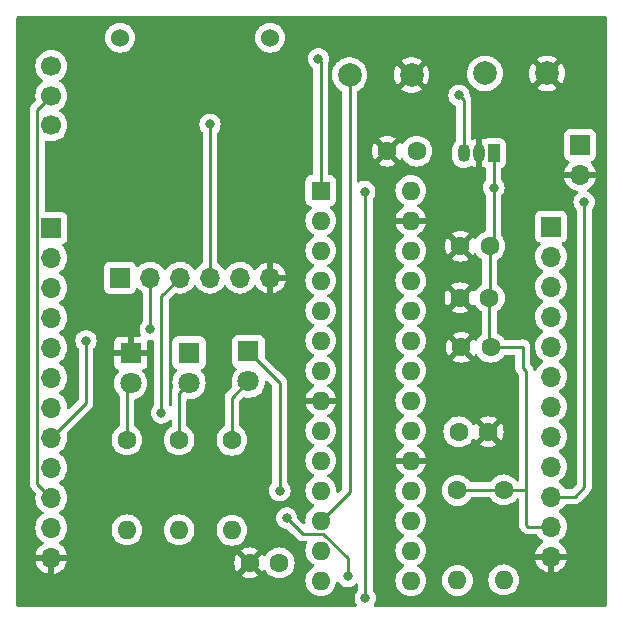
<source format=gbr>
%TF.GenerationSoftware,KiCad,Pcbnew,7.0.1-0*%
%TF.CreationDate,2023-04-17T16:38:54-05:00*%
%TF.ProjectId,PIC32,50494333-322e-46b6-9963-61645f706362,rev?*%
%TF.SameCoordinates,Original*%
%TF.FileFunction,Copper,L2,Bot*%
%TF.FilePolarity,Positive*%
%FSLAX46Y46*%
G04 Gerber Fmt 4.6, Leading zero omitted, Abs format (unit mm)*
G04 Created by KiCad (PCBNEW 7.0.1-0) date 2023-04-17 16:38:54*
%MOMM*%
%LPD*%
G01*
G04 APERTURE LIST*
%TA.AperFunction,ComponentPad*%
%ADD10R,1.700000X1.700000*%
%TD*%
%TA.AperFunction,ComponentPad*%
%ADD11O,1.700000X1.700000*%
%TD*%
%TA.AperFunction,ComponentPad*%
%ADD12C,1.524000*%
%TD*%
%TA.AperFunction,ComponentPad*%
%ADD13C,1.600000*%
%TD*%
%TA.AperFunction,ComponentPad*%
%ADD14C,1.700000*%
%TD*%
%TA.AperFunction,ComponentPad*%
%ADD15C,2.000000*%
%TD*%
%TA.AperFunction,ComponentPad*%
%ADD16O,1.600000X1.600000*%
%TD*%
%TA.AperFunction,ComponentPad*%
%ADD17R,1.800000X1.800000*%
%TD*%
%TA.AperFunction,ComponentPad*%
%ADD18C,1.800000*%
%TD*%
%TA.AperFunction,ComponentPad*%
%ADD19O,1.050000X1.500000*%
%TD*%
%TA.AperFunction,ComponentPad*%
%ADD20R,1.050000X1.500000*%
%TD*%
%TA.AperFunction,ComponentPad*%
%ADD21R,1.600000X1.600000*%
%TD*%
%TA.AperFunction,ViaPad*%
%ADD22C,0.800000*%
%TD*%
%TA.AperFunction,Conductor*%
%ADD23C,0.250000*%
%TD*%
G04 APERTURE END LIST*
D10*
%TO.P,J4,1,Pin_1*%
%TO.N,unconnected-(J4-Pin_1-Pad1)*%
X108780000Y-122140000D03*
D11*
%TO.P,J4,2,Pin_2*%
%TO.N,/U1TX*%
X111320000Y-122140000D03*
%TO.P,J4,3,Pin_3*%
%TO.N,/U1RX*%
X113860000Y-122140000D03*
%TO.P,J4,4,Pin_4*%
%TO.N,Net-(J4-Pin_4)*%
X116400000Y-122140000D03*
%TO.P,J4,5,Pin_5*%
%TO.N,unconnected-(J4-Pin_5-Pad5)*%
X118940000Y-122140000D03*
%TO.P,J4,6,Pin_6*%
%TO.N,GND*%
X121480000Y-122140000D03*
D12*
%TO.P,J4,7*%
%TO.N,N/C*%
X108780000Y-101820000D03*
%TO.P,J4,8*%
X121480000Y-101820000D03*
%TD*%
D13*
%TO.P,C6,1*%
%TO.N,+3.3V*%
X122260000Y-146290000D03*
%TO.P,C6,2*%
%TO.N,GND*%
X119760000Y-146290000D03*
%TD*%
%TO.P,C2,2*%
%TO.N,GND*%
X137590000Y-119470000D03*
%TO.P,C2,1*%
%TO.N,+3.3V*%
X140090000Y-119470000D03*
%TD*%
D14*
%TO.P,SW1,1,A*%
%TO.N,Net-(J4-Pin_4)*%
X102960000Y-109240000D03*
%TO.P,SW1,2,B*%
%TO.N,/Vin*%
X102960000Y-106740000D03*
%TO.P,SW1,3,C*%
%TO.N,Net-(J1-Pin_1)*%
X102960000Y-104240000D03*
%TD*%
D15*
%TO.P,SW3,1,1*%
%TO.N,/USER*%
X128220000Y-104980000D03*
%TO.P,SW3,2,2*%
%TO.N,GND*%
X133470000Y-104980000D03*
%TD*%
%TO.P,SW2,1,1*%
%TO.N,/MCLR*%
X139680000Y-104850000D03*
%TO.P,SW2,2,2*%
%TO.N,GND*%
X144930000Y-104850000D03*
%TD*%
D10*
%TO.P,J2,1,Pin_1*%
%TO.N,/A0*%
X102960000Y-117920000D03*
D11*
%TO.P,J2,2,Pin_2*%
%TO.N,/A1*%
X102960000Y-120460000D03*
%TO.P,J2,3,Pin_3*%
%TO.N,/B0*%
X102960000Y-123000000D03*
%TO.P,J2,4,Pin_4*%
%TO.N,/B1*%
X102960000Y-125540000D03*
%TO.P,J2,5,Pin_5*%
%TO.N,/B2*%
X102960000Y-128080000D03*
%TO.P,J2,6,Pin_6*%
%TO.N,/A3*%
X102960000Y-130620000D03*
%TO.P,J2,7,Pin_7*%
%TO.N,/GREEN*%
X102960000Y-133160000D03*
%TO.P,J2,8,Pin_8*%
%TO.N,/YELLOW*%
X102960000Y-135700000D03*
%TO.P,J2,9,Pin_9*%
%TO.N,/B6*%
X102960000Y-138240000D03*
%TO.P,J2,10,Pin_10*%
%TO.N,/Vin*%
X102960000Y-140780000D03*
%TO.P,J2,11,Pin_11*%
%TO.N,+3.3V*%
X102960000Y-143320000D03*
%TO.P,J2,12,Pin_12*%
%TO.N,GND*%
X102960000Y-145860000D03*
%TD*%
D16*
%TO.P,R2,2*%
%TO.N,+3.3V*%
X109370000Y-143500000D03*
D13*
%TO.P,R2,1*%
%TO.N,Net-(D2-A)*%
X109370000Y-135880000D03*
%TD*%
D10*
%TO.P,J3,1,Pin_1*%
%TO.N,/B15*%
X145280000Y-117820000D03*
D11*
%TO.P,J3,2,Pin_2*%
%TO.N,/B14*%
X145280000Y-120360000D03*
%TO.P,J3,3,Pin_3*%
%TO.N,/B13*%
X145280000Y-122900000D03*
%TO.P,J3,4,Pin_4*%
%TO.N,/B12*%
X145280000Y-125440000D03*
%TO.P,J3,5,Pin_5*%
%TO.N,/B11*%
X145280000Y-127980000D03*
%TO.P,J3,6,Pin_6*%
%TO.N,/B10*%
X145280000Y-130520000D03*
%TO.P,J3,7,Pin_7*%
%TO.N,/B9*%
X145280000Y-133060000D03*
%TO.P,J3,8,Pin_8*%
%TO.N,/B8*%
X145280000Y-135600000D03*
%TO.P,J3,9,Pin_9*%
%TO.N,/B7*%
X145280000Y-138140000D03*
%TO.P,J3,10,Pin_10*%
%TO.N,/Vin*%
X145280000Y-140680000D03*
%TO.P,J3,11,Pin_11*%
%TO.N,+3.3V*%
X145280000Y-143220000D03*
%TO.P,J3,12,Pin_12*%
%TO.N,GND*%
X145280000Y-145760000D03*
%TD*%
D13*
%TO.P,R3,1*%
%TO.N,Net-(D3-A)*%
X113780000Y-135880000D03*
D16*
%TO.P,R3,2*%
%TO.N,+3.3V*%
X113780000Y-143500000D03*
%TD*%
D13*
%TO.P,R5,1*%
%TO.N,+3.3V*%
X137340000Y-140150000D03*
D16*
%TO.P,R5,2*%
%TO.N,/USER*%
X137340000Y-147770000D03*
%TD*%
D13*
%TO.P,330,1*%
%TO.N,Net-(D1-A)*%
X118260000Y-135900000D03*
D16*
%TO.P,330,2*%
%TO.N,+3.3V*%
X118260000Y-143520000D03*
%TD*%
D13*
%TO.P,C3,1*%
%TO.N,+3.3V*%
X140060000Y-123850000D03*
%TO.P,C3,2*%
%TO.N,GND*%
X137560000Y-123850000D03*
%TD*%
D10*
%TO.P,J1,1,Pin_1*%
%TO.N,Net-(J1-Pin_1)*%
X147740000Y-110920000D03*
D11*
%TO.P,J1,2,Pin_2*%
%TO.N,GND*%
X147740000Y-113460000D03*
%TD*%
D17*
%TO.P,D1,1,K*%
%TO.N,/GREEN*%
X119650000Y-128385000D03*
D18*
%TO.P,D1,2,A*%
%TO.N,Net-(D1-A)*%
X119650000Y-130925000D03*
%TD*%
D17*
%TO.P,D3,1,K*%
%TO.N,/YELLOW*%
X114620000Y-128490000D03*
D18*
%TO.P,D3,2,A*%
%TO.N,Net-(D3-A)*%
X114620000Y-131030000D03*
%TD*%
D13*
%TO.P,C4,1*%
%TO.N,+3.3V*%
X140170000Y-128040000D03*
%TO.P,C4,2*%
%TO.N,GND*%
X137670000Y-128040000D03*
%TD*%
D19*
%TO.P,U2,3,Vin*%
%TO.N,/Vin*%
X137890000Y-111610000D03*
%TO.P,U2,2,GND*%
%TO.N,GND*%
X139160000Y-111610000D03*
D20*
%TO.P,U2,1,Vout*%
%TO.N,+3.3V*%
X140430000Y-111610000D03*
%TD*%
D13*
%TO.P,R4,1*%
%TO.N,+3.3V*%
X141270000Y-140110000D03*
D16*
%TO.P,R4,2*%
%TO.N,/MCLR*%
X141270000Y-147730000D03*
%TD*%
D13*
%TO.P,C1,1*%
%TO.N,/Vin*%
X133900000Y-111430000D03*
%TO.P,C1,2*%
%TO.N,GND*%
X131400000Y-111430000D03*
%TD*%
D17*
%TO.P,D2,1,K*%
%TO.N,GND*%
X109690000Y-128540000D03*
D18*
%TO.P,D2,2,A*%
%TO.N,Net-(D2-A)*%
X109690000Y-131080000D03*
%TD*%
D13*
%TO.P,C5,1*%
%TO.N,Net-(U1-Vcap)*%
X137460000Y-135190000D03*
%TO.P,C5,2*%
%TO.N,GND*%
X139960000Y-135190000D03*
%TD*%
D16*
%TO.P,PIC32MX170f256b,28,AVdd*%
%TO.N,+3.3V*%
X133400000Y-114775000D03*
%TO.P,PIC32MX170f256b,27,AVss*%
%TO.N,GND*%
X133400000Y-117315000D03*
%TO.P,PIC32MX170f256b,26,B15*%
%TO.N,/B15*%
X133400000Y-119855000D03*
%TO.P,PIC32MX170f256b,25,B14*%
%TO.N,/B14*%
X133400000Y-122395000D03*
%TO.P,PIC32MX170f256b,24,B13*%
%TO.N,/B13*%
X133400000Y-124935000D03*
%TO.P,PIC32MX170f256b,23,B12*%
%TO.N,/B12*%
X133400000Y-127475000D03*
%TO.P,PIC32MX170f256b,22,B11*%
%TO.N,/B11*%
X133400000Y-130015000D03*
%TO.P,PIC32MX170f256b,21,B10*%
%TO.N,/B10*%
X133400000Y-132555000D03*
%TO.P,PIC32MX170f256b,20,Vcap*%
%TO.N,Net-(U1-Vcap)*%
X133400000Y-135095000D03*
%TO.P,PIC32MX170f256b,19,Vss*%
%TO.N,GND*%
X133400000Y-137635000D03*
%TO.P,PIC32MX170f256b,18,B9*%
%TO.N,/B9*%
X133400000Y-140175000D03*
%TO.P,PIC32MX170f256b,17,B8*%
%TO.N,/B8*%
X133400000Y-142715000D03*
%TO.P,PIC32MX170f256b,16,B7*%
%TO.N,/B7*%
X133400000Y-145255000D03*
%TO.P,PIC32MX170f256b,15,B6*%
%TO.N,/B6*%
X133400000Y-147795000D03*
%TO.P,PIC32MX170f256b,14,B5*%
%TO.N,/YELLOW*%
X125780000Y-147795000D03*
%TO.P,PIC32MX170f256b,13,Vdd*%
%TO.N,+3.3V*%
X125780000Y-145255000D03*
%TO.P,PIC32MX170f256b,12,A4*%
%TO.N,/USER*%
X125780000Y-142715000D03*
%TO.P,PIC32MX170f256b,11,B4*%
%TO.N,/GREEN*%
X125780000Y-140175000D03*
%TO.P,PIC32MX170f256b,10,A3*%
%TO.N,/A3*%
X125780000Y-137635000D03*
%TO.P,PIC32MX170f256b,9,A2*%
%TO.N,/U1RX*%
X125780000Y-135095000D03*
%TO.P,PIC32MX170f256b,8,Vss*%
%TO.N,GND*%
X125780000Y-132555000D03*
%TO.P,PIC32MX170f256b,7,B3*%
%TO.N,/U1TX*%
X125780000Y-130015000D03*
%TO.P,PIC32MX170f256b,6,B2*%
%TO.N,/B2*%
X125780000Y-127475000D03*
%TO.P,PIC32MX170f256b,5,B1*%
%TO.N,/B1*%
X125780000Y-124935000D03*
%TO.P,PIC32MX170f256b,4,B0*%
%TO.N,/B0*%
X125780000Y-122395000D03*
%TO.P,PIC32MX170f256b,3,A1*%
%TO.N,/A1*%
X125780000Y-119855000D03*
%TO.P,PIC32MX170f256b,2,A0*%
%TO.N,/A0*%
X125780000Y-117315000D03*
D21*
%TO.P,PIC32MX170f256b,1,~{MCLR}*%
%TO.N,/MCLR*%
X125780000Y-114775000D03*
%TD*%
D22*
%TO.N,/Vin*%
X148080000Y-115720000D03*
%TO.N,/B6*%
X128060000Y-147430000D03*
X122890000Y-142490000D03*
%TO.N,/YELLOW*%
X105900000Y-127480000D03*
%TO.N,/GREEN*%
X122310000Y-140175000D03*
%TO.N,/U1TX*%
X111340000Y-126530000D03*
%TO.N,/U1RX*%
X112280000Y-133590000D03*
%TO.N,/MCLR*%
X129500000Y-114850000D03*
X129540000Y-149270000D03*
X125580000Y-103610000D03*
%TO.N,+3.3V*%
X140430000Y-114520000D03*
%TO.N,/Vin*%
X137480000Y-106710000D03*
%TO.N,Net-(J4-Pin_4)*%
X116400000Y-109170000D03*
%TD*%
D23*
%TO.N,/Vin*%
X145280000Y-140680000D02*
X147290000Y-140680000D01*
X147290000Y-140680000D02*
X148080000Y-139890000D01*
X148080000Y-139890000D02*
X148080000Y-115720000D01*
X102960000Y-140780000D02*
X101785000Y-139605000D01*
X101785000Y-107915000D02*
X102960000Y-106740000D01*
X101785000Y-139605000D02*
X101785000Y-107915000D01*
%TO.N,/B6*%
X128060000Y-145900000D02*
X128060000Y-147430000D01*
X124240000Y-143840000D02*
X126000000Y-143840000D01*
X122890000Y-142490000D02*
X124240000Y-143840000D01*
X126000000Y-143840000D02*
X128060000Y-145900000D01*
%TO.N,/YELLOW*%
X105900000Y-127480000D02*
X105900000Y-132760000D01*
X105900000Y-132760000D02*
X102960000Y-135700000D01*
%TO.N,/GREEN*%
X122310000Y-140175000D02*
X122310000Y-131045000D01*
X122310000Y-131045000D02*
X119650000Y-128385000D01*
%TO.N,Net-(D2-A)*%
X109370000Y-135880000D02*
X109370000Y-131400000D01*
X109370000Y-131400000D02*
X109690000Y-131080000D01*
%TO.N,Net-(D3-A)*%
X113780000Y-135880000D02*
X113780000Y-131870000D01*
X113780000Y-131870000D02*
X114620000Y-131030000D01*
%TO.N,Net-(D1-A)*%
X118260000Y-135900000D02*
X118260000Y-132315000D01*
X118260000Y-132315000D02*
X119650000Y-130925000D01*
%TO.N,/U1TX*%
X111320000Y-126510000D02*
X111340000Y-126530000D01*
X111320000Y-122140000D02*
X111320000Y-126510000D01*
%TO.N,/U1RX*%
X112280000Y-123720000D02*
X112280000Y-133590000D01*
X113860000Y-122140000D02*
X112280000Y-123720000D01*
%TO.N,/MCLR*%
X129540000Y-114890000D02*
X129500000Y-114850000D01*
X129540000Y-149270000D02*
X129540000Y-114890000D01*
%TO.N,/USER*%
X128220000Y-104980000D02*
X128220000Y-140275000D01*
X128220000Y-140275000D02*
X125780000Y-142715000D01*
%TO.N,/MCLR*%
X125580000Y-103610000D02*
X125780000Y-103810000D01*
X125780000Y-103810000D02*
X125780000Y-114775000D01*
%TO.N,+3.3V*%
X141270000Y-140110000D02*
X137380000Y-140110000D01*
X137380000Y-140110000D02*
X137340000Y-140150000D01*
X143180000Y-140010000D02*
X143180000Y-143060000D01*
X143180000Y-130081701D02*
X143180000Y-140010000D01*
X143080000Y-140110000D02*
X141270000Y-140110000D01*
X143180000Y-140010000D02*
X143080000Y-140110000D01*
X142880000Y-129781701D02*
X143180000Y-130081701D01*
X142880000Y-127980000D02*
X142880000Y-129781701D01*
X142820000Y-128040000D02*
X142880000Y-127980000D01*
X140170000Y-128040000D02*
X142820000Y-128040000D01*
X143180000Y-143060000D02*
X143340000Y-143220000D01*
X143340000Y-143220000D02*
X145280000Y-143220000D01*
X140060000Y-123850000D02*
X140060000Y-127930000D01*
X140060000Y-127930000D02*
X140170000Y-128040000D01*
X140090000Y-119470000D02*
X140090000Y-123820000D01*
X140090000Y-123820000D02*
X140060000Y-123850000D01*
X140430000Y-111610000D02*
X140430000Y-119130000D01*
X140430000Y-119130000D02*
X140090000Y-119470000D01*
%TO.N,/Vin*%
X137480000Y-106710000D02*
X137890000Y-107120000D01*
X137890000Y-107120000D02*
X137890000Y-111610000D01*
%TO.N,Net-(J4-Pin_4)*%
X116400000Y-122140000D02*
X116400000Y-109170000D01*
%TD*%
%TA.AperFunction,Conductor*%
%TO.N,GND*%
G36*
X149937500Y-100017113D02*
G01*
X149982887Y-100062500D01*
X149999500Y-100124500D01*
X149999500Y-149875500D01*
X149982887Y-149937500D01*
X149937500Y-149982887D01*
X149875500Y-149999500D01*
X130373406Y-149999500D01*
X130311406Y-149982887D01*
X130266019Y-149937500D01*
X130249406Y-149875500D01*
X130266019Y-149813500D01*
X130367179Y-149638284D01*
X130367179Y-149638283D01*
X130425674Y-149458256D01*
X130445460Y-149270000D01*
X130425674Y-149081744D01*
X130367179Y-148901716D01*
X130367179Y-148901715D01*
X130272535Y-148737786D01*
X130259427Y-148723229D01*
X130197347Y-148654282D01*
X130173736Y-148615751D01*
X130165500Y-148571313D01*
X130165500Y-147795000D01*
X132094531Y-147795000D01*
X132114364Y-148021689D01*
X132173261Y-148241497D01*
X132269432Y-148447735D01*
X132399953Y-148634140D01*
X132560859Y-148795046D01*
X132747264Y-148925567D01*
X132747265Y-148925567D01*
X132747266Y-148925568D01*
X132953504Y-149021739D01*
X133173308Y-149080635D01*
X133400000Y-149100468D01*
X133626692Y-149080635D01*
X133846496Y-149021739D01*
X134052734Y-148925568D01*
X134239139Y-148795047D01*
X134400047Y-148634139D01*
X134530568Y-148447734D01*
X134626739Y-148241496D01*
X134685635Y-148021692D01*
X134705468Y-147795000D01*
X134703281Y-147769999D01*
X136034531Y-147769999D01*
X136054364Y-147996689D01*
X136113261Y-148216497D01*
X136209432Y-148422735D01*
X136339953Y-148609140D01*
X136500859Y-148770046D01*
X136687264Y-148900567D01*
X136687265Y-148900567D01*
X136687266Y-148900568D01*
X136893504Y-148996739D01*
X137113308Y-149055635D01*
X137340000Y-149075468D01*
X137566692Y-149055635D01*
X137786496Y-148996739D01*
X137992734Y-148900568D01*
X138179139Y-148770047D01*
X138340047Y-148609139D01*
X138470568Y-148422734D01*
X138566739Y-148216496D01*
X138625635Y-147996692D01*
X138645468Y-147770000D01*
X138641968Y-147729999D01*
X139964531Y-147729999D01*
X139984364Y-147956689D01*
X140043261Y-148176497D01*
X140139432Y-148382735D01*
X140269953Y-148569140D01*
X140430859Y-148730046D01*
X140617264Y-148860567D01*
X140617265Y-148860567D01*
X140617266Y-148860568D01*
X140823504Y-148956739D01*
X141043308Y-149015635D01*
X141270000Y-149035468D01*
X141496692Y-149015635D01*
X141716496Y-148956739D01*
X141922734Y-148860568D01*
X142109139Y-148730047D01*
X142270047Y-148569139D01*
X142400568Y-148382734D01*
X142496739Y-148176496D01*
X142555635Y-147956692D01*
X142575468Y-147730000D01*
X142555635Y-147503308D01*
X142496739Y-147283504D01*
X142400568Y-147077266D01*
X142389679Y-147061715D01*
X142270046Y-146890859D01*
X142109140Y-146729953D01*
X141922735Y-146599432D01*
X141716497Y-146503261D01*
X141496689Y-146444364D01*
X141270000Y-146424531D01*
X141043310Y-146444364D01*
X140823502Y-146503261D01*
X140617264Y-146599432D01*
X140430859Y-146729953D01*
X140269953Y-146890859D01*
X140139432Y-147077264D01*
X140043261Y-147283502D01*
X139984364Y-147503310D01*
X139964531Y-147729999D01*
X138641968Y-147729999D01*
X138625635Y-147543308D01*
X138566739Y-147323504D01*
X138470568Y-147117266D01*
X138431671Y-147061715D01*
X138340046Y-146930859D01*
X138179140Y-146769953D01*
X137992735Y-146639432D01*
X137786497Y-146543261D01*
X137566689Y-146484364D01*
X137340000Y-146464531D01*
X137113310Y-146484364D01*
X136893502Y-146543261D01*
X136687264Y-146639432D01*
X136500859Y-146769953D01*
X136339953Y-146930859D01*
X136209432Y-147117264D01*
X136113261Y-147323502D01*
X136054364Y-147543310D01*
X136034531Y-147769999D01*
X134703281Y-147769999D01*
X134685635Y-147568308D01*
X134626739Y-147348504D01*
X134530568Y-147142266D01*
X134521377Y-147129140D01*
X134400046Y-146955859D01*
X134239140Y-146794953D01*
X134052733Y-146664431D01*
X134007959Y-146643553D01*
X133994724Y-146637381D01*
X133942549Y-146591625D01*
X133923129Y-146525000D01*
X133942549Y-146458375D01*
X133994725Y-146412618D01*
X134052734Y-146385568D01*
X134239139Y-146255047D01*
X134400047Y-146094139D01*
X134458961Y-146010000D01*
X143949364Y-146010000D01*
X144006569Y-146223492D01*
X144106399Y-146437576D01*
X144241893Y-146631081D01*
X144408918Y-146798106D01*
X144602423Y-146933600D01*
X144816507Y-147033430D01*
X145029999Y-147090635D01*
X145030000Y-147090636D01*
X145030000Y-146010000D01*
X145530000Y-146010000D01*
X145530000Y-147090635D01*
X145743492Y-147033430D01*
X145957576Y-146933600D01*
X146151081Y-146798106D01*
X146318106Y-146631081D01*
X146453600Y-146437576D01*
X146553430Y-146223492D01*
X146610636Y-146010000D01*
X145530000Y-146010000D01*
X145030000Y-146010000D01*
X143949364Y-146010000D01*
X134458961Y-146010000D01*
X134530568Y-145907734D01*
X134626739Y-145701496D01*
X134685635Y-145481692D01*
X134705468Y-145255000D01*
X134685635Y-145028308D01*
X134626739Y-144808504D01*
X134530568Y-144602266D01*
X134524712Y-144593903D01*
X134400046Y-144415859D01*
X134239140Y-144254953D01*
X134052733Y-144124431D01*
X133994725Y-144097382D01*
X133942549Y-144051625D01*
X133923129Y-143985000D01*
X133942549Y-143918375D01*
X133994725Y-143872618D01*
X134052734Y-143845568D01*
X134239139Y-143715047D01*
X134400047Y-143554139D01*
X134530568Y-143367734D01*
X134626739Y-143161496D01*
X134685635Y-142941692D01*
X134705468Y-142715000D01*
X134685635Y-142488308D01*
X134626739Y-142268504D01*
X134530568Y-142062266D01*
X134523082Y-142051575D01*
X134400046Y-141875859D01*
X134239140Y-141714953D01*
X134052733Y-141584431D01*
X133994725Y-141557382D01*
X133942549Y-141511625D01*
X133923129Y-141445000D01*
X133942549Y-141378375D01*
X133994725Y-141332618D01*
X134022833Y-141319511D01*
X134052734Y-141305568D01*
X134239139Y-141175047D01*
X134400047Y-141014139D01*
X134530568Y-140827734D01*
X134626739Y-140621496D01*
X134685635Y-140401692D01*
X134705468Y-140175000D01*
X134703281Y-140149999D01*
X136034531Y-140149999D01*
X136054364Y-140376689D01*
X136113261Y-140596497D01*
X136209432Y-140802735D01*
X136339953Y-140989140D01*
X136500859Y-141150046D01*
X136687264Y-141280567D01*
X136687265Y-141280567D01*
X136687266Y-141280568D01*
X136893504Y-141376739D01*
X137113308Y-141435635D01*
X137340000Y-141455468D01*
X137566692Y-141435635D01*
X137786496Y-141376739D01*
X137992734Y-141280568D01*
X138179139Y-141150047D01*
X138340047Y-140989139D01*
X138470568Y-140802734D01*
X138470568Y-140802733D01*
X138476790Y-140793848D01*
X138478873Y-140795306D01*
X138514290Y-140754920D01*
X138580916Y-140735500D01*
X140055812Y-140735500D01*
X140113069Y-140749511D01*
X140157387Y-140788377D01*
X140269953Y-140949140D01*
X140430859Y-141110046D01*
X140617264Y-141240567D01*
X140617265Y-141240567D01*
X140617266Y-141240568D01*
X140823504Y-141336739D01*
X141043308Y-141395635D01*
X141270000Y-141415468D01*
X141496692Y-141395635D01*
X141716496Y-141336739D01*
X141922734Y-141240568D01*
X142109139Y-141110047D01*
X142270047Y-140949139D01*
X142306546Y-140897012D01*
X142328925Y-140865052D01*
X142376141Y-140824725D01*
X142436989Y-140812345D01*
X142496210Y-140831017D01*
X142538953Y-140876058D01*
X142554500Y-140936175D01*
X142554500Y-142977256D01*
X142552235Y-142997762D01*
X142554439Y-143067873D01*
X142554500Y-143071768D01*
X142554500Y-143099349D01*
X142555003Y-143103334D01*
X142555918Y-143114967D01*
X142557290Y-143158626D01*
X142562879Y-143177860D01*
X142566825Y-143196916D01*
X142569335Y-143216792D01*
X142585414Y-143257404D01*
X142589197Y-143268451D01*
X142601382Y-143310391D01*
X142611580Y-143327635D01*
X142620136Y-143345100D01*
X142627514Y-143363732D01*
X142638066Y-143378256D01*
X142653180Y-143399059D01*
X142659593Y-143408822D01*
X142681826Y-143446416D01*
X142681829Y-143446419D01*
X142681830Y-143446420D01*
X142695995Y-143460585D01*
X142708627Y-143475375D01*
X142720405Y-143491586D01*
X142754051Y-143519420D01*
X142762693Y-143527283D01*
X142839200Y-143603791D01*
X142852096Y-143619888D01*
X142903225Y-143667902D01*
X142906020Y-143670611D01*
X142925529Y-143690120D01*
X142928711Y-143692588D01*
X142937571Y-143700155D01*
X142953429Y-143715047D01*
X142969418Y-143730062D01*
X142986970Y-143739711D01*
X143003238Y-143750397D01*
X143019064Y-143762673D01*
X143059146Y-143780017D01*
X143069633Y-143785155D01*
X143107907Y-143806197D01*
X143116410Y-143808379D01*
X143127308Y-143811178D01*
X143145713Y-143817478D01*
X143164104Y-143825437D01*
X143207250Y-143832270D01*
X143218668Y-143834635D01*
X143260981Y-143845500D01*
X143281016Y-143845500D01*
X143300415Y-143847027D01*
X143320196Y-143850160D01*
X143363674Y-143846050D01*
X143375344Y-143845500D01*
X144004773Y-143845500D01*
X144062030Y-143859511D01*
X144106346Y-143898374D01*
X144241505Y-144091401D01*
X144408599Y-144258495D01*
X144594597Y-144388732D01*
X144633460Y-144433048D01*
X144647471Y-144490305D01*
X144633461Y-144547561D01*
X144594595Y-144591880D01*
X144408919Y-144721892D01*
X144241890Y-144888921D01*
X144106400Y-145082421D01*
X144006569Y-145296507D01*
X143949364Y-145509999D01*
X143949364Y-145510000D01*
X146610636Y-145510000D01*
X146610635Y-145509999D01*
X146553430Y-145296507D01*
X146453599Y-145082421D01*
X146318109Y-144888921D01*
X146151081Y-144721893D01*
X145965404Y-144591880D01*
X145926539Y-144547562D01*
X145912528Y-144490305D01*
X145926539Y-144433048D01*
X145965402Y-144388732D01*
X146151401Y-144258495D01*
X146318495Y-144091401D01*
X146454035Y-143897830D01*
X146553903Y-143683663D01*
X146615063Y-143455408D01*
X146635659Y-143220000D01*
X146630540Y-143161496D01*
X146615063Y-142984592D01*
X146581219Y-142858284D01*
X146553903Y-142756337D01*
X146454035Y-142542171D01*
X146318495Y-142348599D01*
X146151401Y-142181505D01*
X145965839Y-142051573D01*
X145926975Y-142007257D01*
X145912964Y-141950000D01*
X145926975Y-141892743D01*
X145965839Y-141848426D01*
X146151401Y-141718495D01*
X146318495Y-141551401D01*
X146453653Y-141358374D01*
X146497970Y-141319511D01*
X146555227Y-141305500D01*
X147207256Y-141305500D01*
X147227762Y-141307764D01*
X147230665Y-141307672D01*
X147230667Y-141307673D01*
X147297872Y-141305561D01*
X147301768Y-141305500D01*
X147329349Y-141305500D01*
X147329350Y-141305500D01*
X147333319Y-141304998D01*
X147344965Y-141304080D01*
X147388627Y-141302709D01*
X147407859Y-141297120D01*
X147426918Y-141293174D01*
X147433196Y-141292381D01*
X147446792Y-141290664D01*
X147487407Y-141274582D01*
X147498444Y-141270803D01*
X147540390Y-141258618D01*
X147557629Y-141248422D01*
X147575102Y-141239862D01*
X147593732Y-141232486D01*
X147629064Y-141206814D01*
X147638830Y-141200400D01*
X147676418Y-141178171D01*
X147676417Y-141178171D01*
X147676420Y-141178170D01*
X147690585Y-141164004D01*
X147705373Y-141151373D01*
X147721587Y-141139594D01*
X147749438Y-141105926D01*
X147757279Y-141097309D01*
X148463786Y-140390802D01*
X148479887Y-140377904D01*
X148481874Y-140375787D01*
X148481877Y-140375786D01*
X148527932Y-140326741D01*
X148530613Y-140323976D01*
X148538253Y-140316336D01*
X148550120Y-140304470D01*
X148552581Y-140301295D01*
X148560152Y-140292431D01*
X148590062Y-140260582D01*
X148599713Y-140243026D01*
X148610393Y-140226767D01*
X148622674Y-140210936D01*
X148640018Y-140170851D01*
X148645160Y-140160356D01*
X148650273Y-140151056D01*
X148666197Y-140122092D01*
X148671178Y-140102688D01*
X148677480Y-140084283D01*
X148685438Y-140065895D01*
X148692270Y-140022748D01*
X148694639Y-140011316D01*
X148705500Y-139969020D01*
X148705500Y-139948984D01*
X148707027Y-139929585D01*
X148708021Y-139923308D01*
X148710160Y-139909804D01*
X148706050Y-139866325D01*
X148705500Y-139854656D01*
X148705500Y-116418687D01*
X148713736Y-116374249D01*
X148737347Y-116335717D01*
X148812533Y-116252216D01*
X148851418Y-116184866D01*
X148907179Y-116088284D01*
X148913415Y-116069091D01*
X148965674Y-115908256D01*
X148985460Y-115720000D01*
X148965674Y-115531744D01*
X148907179Y-115351716D01*
X148907179Y-115351715D01*
X148812533Y-115187783D01*
X148685870Y-115047110D01*
X148532732Y-114935849D01*
X148390811Y-114872662D01*
X148345979Y-114838755D01*
X148320723Y-114788539D01*
X148320233Y-114732331D01*
X148344609Y-114681682D01*
X148388842Y-114646999D01*
X148417579Y-114633598D01*
X148611081Y-114498106D01*
X148778106Y-114331081D01*
X148913600Y-114137576D01*
X149013430Y-113923492D01*
X149070636Y-113710000D01*
X146409364Y-113710000D01*
X146466569Y-113923492D01*
X146566399Y-114137576D01*
X146701893Y-114331081D01*
X146868918Y-114498106D01*
X147062423Y-114633600D01*
X147276508Y-114733430D01*
X147485187Y-114789346D01*
X147544150Y-114824949D01*
X147575017Y-114886523D01*
X147568267Y-114955069D01*
X147525981Y-115009438D01*
X147474129Y-115047111D01*
X147347466Y-115187783D01*
X147252820Y-115351715D01*
X147194326Y-115531742D01*
X147174540Y-115719999D01*
X147194326Y-115908257D01*
X147252820Y-116088284D01*
X147347464Y-116252213D01*
X147348068Y-116252884D01*
X147422652Y-116335717D01*
X147446264Y-116374249D01*
X147454500Y-116418687D01*
X147454500Y-139579548D01*
X147445061Y-139627001D01*
X147418181Y-139667229D01*
X147067228Y-140018181D01*
X147027000Y-140045061D01*
X146979547Y-140054500D01*
X146555226Y-140054500D01*
X146497969Y-140040489D01*
X146453651Y-140001623D01*
X146443233Y-139986744D01*
X146318495Y-139808599D01*
X146151401Y-139641505D01*
X145965839Y-139511573D01*
X145926975Y-139467257D01*
X145912964Y-139410000D01*
X145926975Y-139352743D01*
X145965839Y-139308426D01*
X146151401Y-139178495D01*
X146318495Y-139011401D01*
X146454035Y-138817830D01*
X146553903Y-138603663D01*
X146615063Y-138375408D01*
X146635659Y-138140000D01*
X146615063Y-137904592D01*
X146553903Y-137676337D01*
X146454035Y-137462171D01*
X146318495Y-137268599D01*
X146151401Y-137101505D01*
X145965839Y-136971573D01*
X145926975Y-136927257D01*
X145912964Y-136870000D01*
X145926975Y-136812743D01*
X145965839Y-136768426D01*
X146151401Y-136638495D01*
X146318495Y-136471401D01*
X146454035Y-136277830D01*
X146553903Y-136063663D01*
X146615063Y-135835408D01*
X146635659Y-135600000D01*
X146630540Y-135541496D01*
X146615063Y-135364592D01*
X146578267Y-135227266D01*
X146553903Y-135136337D01*
X146454035Y-134922171D01*
X146318495Y-134728599D01*
X146151401Y-134561505D01*
X145965839Y-134431573D01*
X145926976Y-134387257D01*
X145912965Y-134330000D01*
X145926976Y-134272743D01*
X145965839Y-134228426D01*
X146151401Y-134098495D01*
X146318495Y-133931401D01*
X146454035Y-133737830D01*
X146553903Y-133523663D01*
X146615063Y-133295408D01*
X146635659Y-133060000D01*
X146615063Y-132824592D01*
X146553903Y-132596337D01*
X146454035Y-132382171D01*
X146318495Y-132188599D01*
X146151401Y-132021505D01*
X145965839Y-131891573D01*
X145926975Y-131847257D01*
X145912964Y-131790000D01*
X145926975Y-131732743D01*
X145965839Y-131688426D01*
X146151401Y-131558495D01*
X146318495Y-131391401D01*
X146454035Y-131197830D01*
X146553903Y-130983663D01*
X146615063Y-130755408D01*
X146635659Y-130520000D01*
X146630540Y-130461496D01*
X146615063Y-130284592D01*
X146583514Y-130166848D01*
X146553903Y-130056337D01*
X146454035Y-129842171D01*
X146318495Y-129648599D01*
X146151401Y-129481505D01*
X145965839Y-129351573D01*
X145926975Y-129307257D01*
X145912964Y-129250000D01*
X145926975Y-129192743D01*
X145965839Y-129148426D01*
X146151401Y-129018495D01*
X146318495Y-128851401D01*
X146454035Y-128657830D01*
X146553903Y-128443663D01*
X146615063Y-128215408D01*
X146635659Y-127980000D01*
X146615063Y-127744592D01*
X146553903Y-127516337D01*
X146454035Y-127302171D01*
X146318495Y-127108599D01*
X146151401Y-126941505D01*
X145965839Y-126811573D01*
X145926974Y-126767255D01*
X145912964Y-126709999D01*
X145926975Y-126652742D01*
X145965837Y-126608428D01*
X146151401Y-126478495D01*
X146318495Y-126311401D01*
X146454035Y-126117830D01*
X146553903Y-125903663D01*
X146615063Y-125675408D01*
X146635659Y-125440000D01*
X146630540Y-125381496D01*
X146615063Y-125204592D01*
X146596454Y-125135141D01*
X146553903Y-124976337D01*
X146454035Y-124762171D01*
X146318495Y-124568599D01*
X146151401Y-124401505D01*
X145965839Y-124271573D01*
X145926974Y-124227255D01*
X145912964Y-124169999D01*
X145926975Y-124112742D01*
X145965837Y-124068428D01*
X146151401Y-123938495D01*
X146318495Y-123771401D01*
X146454035Y-123577830D01*
X146553903Y-123363663D01*
X146615063Y-123135408D01*
X146635659Y-122900000D01*
X146615063Y-122664592D01*
X146553903Y-122436337D01*
X146454035Y-122222171D01*
X146318495Y-122028599D01*
X146151401Y-121861505D01*
X145965839Y-121731573D01*
X145926975Y-121687257D01*
X145912964Y-121630000D01*
X145926975Y-121572743D01*
X145965839Y-121528426D01*
X146151401Y-121398495D01*
X146318495Y-121231401D01*
X146454035Y-121037830D01*
X146553903Y-120823663D01*
X146615063Y-120595408D01*
X146635659Y-120360000D01*
X146615063Y-120124592D01*
X146553903Y-119896337D01*
X146454035Y-119682171D01*
X146318495Y-119488599D01*
X146196569Y-119366673D01*
X146165273Y-119313927D01*
X146163084Y-119252634D01*
X146190537Y-119197789D01*
X146240916Y-119162810D01*
X146372331Y-119113796D01*
X146487546Y-119027546D01*
X146573796Y-118912331D01*
X146624091Y-118777483D01*
X146630500Y-118717873D01*
X146630499Y-116922128D01*
X146624091Y-116862517D01*
X146573796Y-116727669D01*
X146487546Y-116612454D01*
X146372331Y-116526204D01*
X146237483Y-116475909D01*
X146177873Y-116469500D01*
X146177869Y-116469500D01*
X144382130Y-116469500D01*
X144322515Y-116475909D01*
X144187669Y-116526204D01*
X144072454Y-116612454D01*
X143986204Y-116727668D01*
X143935909Y-116862516D01*
X143929500Y-116922130D01*
X143929500Y-118717869D01*
X143930206Y-118724432D01*
X143935909Y-118777483D01*
X143986204Y-118912331D01*
X144072454Y-119027546D01*
X144187669Y-119113796D01*
X144299907Y-119155658D01*
X144319082Y-119162810D01*
X144369462Y-119197789D01*
X144396915Y-119252634D01*
X144394726Y-119313926D01*
X144363431Y-119366673D01*
X144241503Y-119488601D01*
X144105965Y-119682170D01*
X144006097Y-119896336D01*
X143944936Y-120124592D01*
X143924340Y-120360000D01*
X143944936Y-120595407D01*
X143971961Y-120696266D01*
X144006097Y-120823663D01*
X144105965Y-121037830D01*
X144241505Y-121231401D01*
X144408599Y-121398495D01*
X144594160Y-121528426D01*
X144633024Y-121572743D01*
X144647035Y-121630000D01*
X144633024Y-121687257D01*
X144594159Y-121731575D01*
X144578891Y-121742266D01*
X144514640Y-121787255D01*
X144408595Y-121861508D01*
X144241505Y-122028598D01*
X144105965Y-122222170D01*
X144006097Y-122436336D01*
X143944936Y-122664592D01*
X143924340Y-122900000D01*
X143944936Y-123135407D01*
X143979701Y-123265150D01*
X144006097Y-123363663D01*
X144105965Y-123577830D01*
X144241505Y-123771401D01*
X144408599Y-123938495D01*
X144594160Y-124068426D01*
X144633024Y-124112743D01*
X144647035Y-124170000D01*
X144633024Y-124227257D01*
X144594159Y-124271575D01*
X144578891Y-124282266D01*
X144514640Y-124327255D01*
X144408595Y-124401508D01*
X144241505Y-124568598D01*
X144105965Y-124762170D01*
X144006097Y-124976336D01*
X143944936Y-125204592D01*
X143924340Y-125440000D01*
X143944936Y-125675407D01*
X143989709Y-125842501D01*
X144006097Y-125903663D01*
X144105965Y-126117830D01*
X144241505Y-126311401D01*
X144408599Y-126478495D01*
X144594160Y-126608426D01*
X144633024Y-126652743D01*
X144647035Y-126710000D01*
X144633024Y-126767257D01*
X144594159Y-126811575D01*
X144578891Y-126822266D01*
X144453785Y-126909866D01*
X144408595Y-126941508D01*
X144241505Y-127108598D01*
X144105965Y-127302170D01*
X144006097Y-127516336D01*
X143944936Y-127744592D01*
X143924340Y-127979999D01*
X143944936Y-128215407D01*
X143989709Y-128382502D01*
X144006097Y-128443663D01*
X144105965Y-128657830D01*
X144241505Y-128851401D01*
X144408599Y-129018495D01*
X144594160Y-129148426D01*
X144633024Y-129192743D01*
X144647035Y-129250000D01*
X144633024Y-129307257D01*
X144594159Y-129351575D01*
X144408595Y-129481508D01*
X144241505Y-129648598D01*
X144105965Y-129842170D01*
X144033318Y-129997961D01*
X143995976Y-130044273D01*
X143941361Y-130067862D01*
X143882045Y-130063299D01*
X143831681Y-130031634D01*
X143801861Y-129980156D01*
X143797122Y-129963847D01*
X143793174Y-129944783D01*
X143790664Y-129924907D01*
X143774588Y-129884305D01*
X143770804Y-129873254D01*
X143760174Y-129836668D01*
X143758618Y-129831311D01*
X143748414Y-129814056D01*
X143739861Y-129796596D01*
X143738623Y-129793469D01*
X143732486Y-129777969D01*
X143706808Y-129742626D01*
X143700401Y-129732872D01*
X143678170Y-129695281D01*
X143664006Y-129681117D01*
X143651374Y-129666328D01*
X143639594Y-129650114D01*
X143639591Y-129650112D01*
X143639591Y-129650111D01*
X143605941Y-129622274D01*
X143597300Y-129614411D01*
X143541819Y-129558930D01*
X143514939Y-129518702D01*
X143505500Y-129471249D01*
X143505500Y-128038984D01*
X143507027Y-128019585D01*
X143508194Y-128012216D01*
X143510160Y-127999804D01*
X143506050Y-127956325D01*
X143505500Y-127944656D01*
X143505500Y-127940652D01*
X143502041Y-127913277D01*
X143501613Y-127909400D01*
X143495287Y-127842467D01*
X143495285Y-127842463D01*
X143495013Y-127839577D01*
X143491732Y-127825906D01*
X143490664Y-127823208D01*
X143465883Y-127760621D01*
X143464547Y-127757085D01*
X143441754Y-127693772D01*
X143441751Y-127693767D01*
X143440768Y-127691037D01*
X143434192Y-127678616D01*
X143392956Y-127621859D01*
X143390715Y-127618671D01*
X143389128Y-127616336D01*
X143352924Y-127563062D01*
X143352923Y-127563061D01*
X143351292Y-127560661D01*
X143341831Y-127550264D01*
X143331996Y-127542128D01*
X143287790Y-127505558D01*
X143284839Y-127503037D01*
X143232206Y-127456635D01*
X143220448Y-127448911D01*
X143156973Y-127419041D01*
X143153479Y-127417329D01*
X143136473Y-127408664D01*
X143093565Y-127386802D01*
X143093561Y-127386801D01*
X143090980Y-127385486D01*
X143077671Y-127380928D01*
X143008784Y-127367787D01*
X143004972Y-127366998D01*
X142936512Y-127351696D01*
X142922473Y-127350591D01*
X142852491Y-127354993D01*
X142848604Y-127355177D01*
X142778479Y-127357381D01*
X142764613Y-127359801D01*
X142697904Y-127381477D01*
X142694209Y-127382613D01*
X142642579Y-127397614D01*
X142614571Y-127405751D01*
X142613902Y-127403451D01*
X142573506Y-127414500D01*
X141384188Y-127414500D01*
X141326931Y-127400489D01*
X141282613Y-127361623D01*
X141170046Y-127200859D01*
X141009140Y-127039953D01*
X140822735Y-126909432D01*
X140783800Y-126891276D01*
X140757094Y-126878823D01*
X140704919Y-126833067D01*
X140685500Y-126766442D01*
X140685500Y-125064188D01*
X140699511Y-125006931D01*
X140738377Y-124962613D01*
X140899140Y-124850046D01*
X141060046Y-124689140D01*
X141139636Y-124575472D01*
X141190568Y-124502734D01*
X141286739Y-124296496D01*
X141345635Y-124076692D01*
X141365468Y-123850000D01*
X141345635Y-123623308D01*
X141286739Y-123403504D01*
X141190568Y-123197266D01*
X141177152Y-123178106D01*
X141060046Y-123010859D01*
X140899140Y-122849953D01*
X140768377Y-122758393D01*
X140729511Y-122714075D01*
X140715500Y-122656818D01*
X140715500Y-120684188D01*
X140729511Y-120626931D01*
X140768377Y-120582613D01*
X140929140Y-120470046D01*
X141090046Y-120309140D01*
X141095398Y-120301496D01*
X141220568Y-120122734D01*
X141316739Y-119916496D01*
X141375635Y-119696692D01*
X141395468Y-119470000D01*
X141375635Y-119243308D01*
X141316739Y-119023504D01*
X141220568Y-118817266D01*
X141192712Y-118777483D01*
X141083825Y-118621974D01*
X141084419Y-118621557D01*
X141064939Y-118592404D01*
X141055500Y-118544951D01*
X141055500Y-115218687D01*
X141063736Y-115174249D01*
X141087347Y-115135717D01*
X141162533Y-115052216D01*
X141165481Y-115047111D01*
X141257179Y-114888284D01*
X141293987Y-114775000D01*
X141315674Y-114708256D01*
X141335460Y-114520000D01*
X141315674Y-114331744D01*
X141257179Y-114151716D01*
X141257179Y-114151715D01*
X141162535Y-113987786D01*
X141115779Y-113935859D01*
X141087347Y-113904282D01*
X141063736Y-113865751D01*
X141055500Y-113821313D01*
X141055500Y-112942790D01*
X141065512Y-112893977D01*
X141093931Y-112853047D01*
X141136164Y-112826609D01*
X141197331Y-112803796D01*
X141312546Y-112717546D01*
X141398796Y-112602331D01*
X141449091Y-112467483D01*
X141455500Y-112407873D01*
X141455500Y-111817869D01*
X146389500Y-111817869D01*
X146395785Y-111876326D01*
X146395909Y-111877483D01*
X146446204Y-112012331D01*
X146532454Y-112127546D01*
X146647669Y-112213796D01*
X146779598Y-112263002D01*
X146829978Y-112297981D01*
X146857431Y-112352825D01*
X146855242Y-112414118D01*
X146823947Y-112466865D01*
X146701888Y-112588924D01*
X146566400Y-112782421D01*
X146466569Y-112996507D01*
X146409364Y-113209999D01*
X146409364Y-113210000D01*
X149070636Y-113210000D01*
X149070635Y-113209999D01*
X149013430Y-112996507D01*
X148913599Y-112782421D01*
X148778109Y-112588921D01*
X148656053Y-112466865D01*
X148624757Y-112414119D01*
X148622568Y-112352826D01*
X148650021Y-112297981D01*
X148700398Y-112263003D01*
X148832331Y-112213796D01*
X148947546Y-112127546D01*
X149033796Y-112012331D01*
X149084091Y-111877483D01*
X149090500Y-111817873D01*
X149090499Y-110022128D01*
X149084091Y-109962517D01*
X149033796Y-109827669D01*
X148947546Y-109712454D01*
X148832331Y-109626204D01*
X148697483Y-109575909D01*
X148637873Y-109569500D01*
X148637869Y-109569500D01*
X146842130Y-109569500D01*
X146782515Y-109575909D01*
X146647669Y-109626204D01*
X146532454Y-109712454D01*
X146446204Y-109827668D01*
X146395909Y-109962516D01*
X146389500Y-110022130D01*
X146389500Y-111817869D01*
X141455500Y-111817869D01*
X141455499Y-110812128D01*
X141449091Y-110752517D01*
X141398796Y-110617669D01*
X141312546Y-110502454D01*
X141197331Y-110416204D01*
X141062483Y-110365909D01*
X141002873Y-110359500D01*
X141002869Y-110359500D01*
X139857130Y-110359500D01*
X139797515Y-110365909D01*
X139649091Y-110421267D01*
X139612390Y-110437144D01*
X139554927Y-110433677D01*
X139410000Y-110389714D01*
X139410000Y-110754328D01*
X139409289Y-110767584D01*
X139404500Y-110812123D01*
X139404500Y-112407870D01*
X139409290Y-112452422D01*
X139410000Y-112465675D01*
X139410000Y-112830286D01*
X139554927Y-112786322D01*
X139612396Y-112782855D01*
X139649085Y-112798729D01*
X139662667Y-112803794D01*
X139662669Y-112803796D01*
X139723835Y-112826609D01*
X139766069Y-112853047D01*
X139794488Y-112893977D01*
X139804500Y-112942790D01*
X139804500Y-113821313D01*
X139796264Y-113865751D01*
X139772652Y-113904282D01*
X139744221Y-113935859D01*
X139697464Y-113987786D01*
X139602820Y-114151715D01*
X139544326Y-114331742D01*
X139524540Y-114519999D01*
X139544326Y-114708257D01*
X139602820Y-114888284D01*
X139697464Y-115052213D01*
X139697467Y-115052216D01*
X139772652Y-115135717D01*
X139796264Y-115174249D01*
X139804500Y-115218687D01*
X139804500Y-118104973D01*
X139792882Y-118157377D01*
X139760206Y-118199962D01*
X139712594Y-118224748D01*
X139643502Y-118243261D01*
X139437264Y-118339432D01*
X139250859Y-118469953D01*
X139089953Y-118630859D01*
X138959429Y-118817268D01*
X138952104Y-118832978D01*
X138906347Y-118885152D01*
X138839722Y-118904570D01*
X138773098Y-118885150D01*
X138727342Y-118832975D01*
X138720133Y-118817515D01*
X138669025Y-118744526D01*
X137943553Y-119470000D01*
X137943553Y-119470001D01*
X138669025Y-120195472D01*
X138720131Y-120122484D01*
X138727340Y-120107026D01*
X138773097Y-120054849D01*
X138839722Y-120035428D01*
X138906348Y-120054847D01*
X138952106Y-120107023D01*
X138959432Y-120122735D01*
X139089953Y-120309140D01*
X139250859Y-120470046D01*
X139411623Y-120582613D01*
X139450489Y-120626931D01*
X139464500Y-120684188D01*
X139464500Y-122614806D01*
X139450489Y-122672063D01*
X139411623Y-122716381D01*
X139220859Y-122849953D01*
X139059953Y-123010859D01*
X138929429Y-123197268D01*
X138922104Y-123212978D01*
X138876347Y-123265152D01*
X138809722Y-123284570D01*
X138743098Y-123265150D01*
X138697342Y-123212975D01*
X138690133Y-123197515D01*
X138639025Y-123124526D01*
X137913553Y-123850000D01*
X137913553Y-123850001D01*
X138639025Y-124575472D01*
X138690131Y-124502484D01*
X138697340Y-124487026D01*
X138743097Y-124434849D01*
X138809722Y-124415428D01*
X138876348Y-124434847D01*
X138922105Y-124487022D01*
X138924369Y-124491877D01*
X138929432Y-124502735D01*
X139059953Y-124689140D01*
X139220859Y-124850046D01*
X139381623Y-124962613D01*
X139420489Y-125006931D01*
X139434500Y-125064188D01*
X139434500Y-126902834D01*
X139420489Y-126960091D01*
X139381623Y-127004409D01*
X139330859Y-127039953D01*
X139169953Y-127200859D01*
X139039429Y-127387268D01*
X139032104Y-127402978D01*
X138986347Y-127455152D01*
X138919722Y-127474570D01*
X138853098Y-127455150D01*
X138807342Y-127402975D01*
X138800133Y-127387515D01*
X138749025Y-127314526D01*
X138023553Y-128039998D01*
X138023553Y-128039999D01*
X138749025Y-128765472D01*
X138800131Y-128692484D01*
X138807340Y-128677026D01*
X138853097Y-128624849D01*
X138919722Y-128605428D01*
X138986348Y-128624847D01*
X139032106Y-128677023D01*
X139039432Y-128692735D01*
X139169953Y-128879140D01*
X139330859Y-129040046D01*
X139517264Y-129170567D01*
X139517265Y-129170567D01*
X139517266Y-129170568D01*
X139723504Y-129266739D01*
X139943308Y-129325635D01*
X140170000Y-129345468D01*
X140396692Y-129325635D01*
X140616496Y-129266739D01*
X140822734Y-129170568D01*
X141009139Y-129040047D01*
X141170047Y-128879139D01*
X141249637Y-128765472D01*
X141282613Y-128718377D01*
X141326931Y-128679511D01*
X141384188Y-128665500D01*
X142130500Y-128665500D01*
X142192500Y-128682113D01*
X142237887Y-128727500D01*
X142254500Y-128789500D01*
X142254500Y-129698957D01*
X142252235Y-129719463D01*
X142254439Y-129789574D01*
X142254500Y-129793469D01*
X142254500Y-129821050D01*
X142255003Y-129825035D01*
X142255918Y-129836668D01*
X142257290Y-129880327D01*
X142262879Y-129899561D01*
X142266825Y-129918617D01*
X142269335Y-129938493D01*
X142285414Y-129979105D01*
X142289197Y-129990152D01*
X142301382Y-130032092D01*
X142311580Y-130049336D01*
X142320136Y-130066801D01*
X142327514Y-130085433D01*
X142327515Y-130085434D01*
X142353180Y-130120760D01*
X142359593Y-130130523D01*
X142381826Y-130168117D01*
X142381829Y-130168120D01*
X142381830Y-130168121D01*
X142395995Y-130182286D01*
X142408627Y-130197076D01*
X142420406Y-130213288D01*
X142454057Y-130241126D01*
X142462698Y-130248989D01*
X142518181Y-130304472D01*
X142545061Y-130344700D01*
X142554500Y-130392153D01*
X142554500Y-139283825D01*
X142538953Y-139343942D01*
X142496210Y-139388983D01*
X142436989Y-139407655D01*
X142376141Y-139395275D01*
X142328925Y-139354948D01*
X142270046Y-139270859D01*
X142109140Y-139109953D01*
X141922735Y-138979432D01*
X141716497Y-138883261D01*
X141496689Y-138824364D01*
X141270000Y-138804531D01*
X141043310Y-138824364D01*
X140823502Y-138883261D01*
X140617264Y-138979432D01*
X140430859Y-139109953D01*
X140269953Y-139270859D01*
X140157387Y-139431623D01*
X140113069Y-139470489D01*
X140055812Y-139484500D01*
X138526180Y-139484500D01*
X138468923Y-139470489D01*
X138424605Y-139431623D01*
X138340046Y-139310859D01*
X138179140Y-139149953D01*
X137992735Y-139019432D01*
X137786497Y-138923261D01*
X137566689Y-138864364D01*
X137340000Y-138844531D01*
X137113310Y-138864364D01*
X136893502Y-138923261D01*
X136687264Y-139019432D01*
X136500859Y-139149953D01*
X136339953Y-139310859D01*
X136209432Y-139497264D01*
X136113261Y-139703502D01*
X136054364Y-139923310D01*
X136034531Y-140149999D01*
X134703281Y-140149999D01*
X134685635Y-139948308D01*
X134626739Y-139728504D01*
X134530568Y-139522266D01*
X134529507Y-139520751D01*
X134400046Y-139335859D01*
X134239140Y-139174953D01*
X134052736Y-139044433D01*
X134052730Y-139044430D01*
X133994132Y-139017105D01*
X133941958Y-138971348D01*
X133922539Y-138904723D01*
X133941959Y-138838098D01*
X133994135Y-138792342D01*
X134052479Y-138765135D01*
X134238819Y-138634658D01*
X134399658Y-138473819D01*
X134530134Y-138287480D01*
X134626266Y-138081326D01*
X134678872Y-137885000D01*
X132121128Y-137885000D01*
X132173733Y-138081326D01*
X132269865Y-138287480D01*
X132400341Y-138473819D01*
X132561180Y-138634658D01*
X132747519Y-138765134D01*
X132805865Y-138792342D01*
X132858040Y-138838099D01*
X132877460Y-138904723D01*
X132858041Y-138971348D01*
X132805866Y-139017105D01*
X132747267Y-139044430D01*
X132560859Y-139174953D01*
X132399953Y-139335859D01*
X132269432Y-139522264D01*
X132173261Y-139728502D01*
X132114364Y-139948310D01*
X132094531Y-140175000D01*
X132114364Y-140401689D01*
X132173261Y-140621497D01*
X132269432Y-140827735D01*
X132399953Y-141014140D01*
X132560859Y-141175046D01*
X132729565Y-141293174D01*
X132747266Y-141305568D01*
X132805275Y-141332618D01*
X132857450Y-141378375D01*
X132876869Y-141445000D01*
X132857450Y-141511625D01*
X132805275Y-141557382D01*
X132747263Y-141584433D01*
X132560859Y-141714953D01*
X132399953Y-141875859D01*
X132269432Y-142062264D01*
X132173261Y-142268502D01*
X132114364Y-142488310D01*
X132094531Y-142715000D01*
X132114364Y-142941689D01*
X132173261Y-143161497D01*
X132269432Y-143367735D01*
X132399953Y-143554140D01*
X132560859Y-143715046D01*
X132691038Y-143806197D01*
X132747266Y-143845568D01*
X132805273Y-143872617D01*
X132857449Y-143918373D01*
X132876869Y-143984997D01*
X132857451Y-144051622D01*
X132805276Y-144097380D01*
X132747266Y-144124431D01*
X132560859Y-144254953D01*
X132399953Y-144415859D01*
X132269432Y-144602264D01*
X132173261Y-144808502D01*
X132114364Y-145028310D01*
X132094531Y-145255000D01*
X132114364Y-145481689D01*
X132173261Y-145701497D01*
X132269432Y-145907735D01*
X132399953Y-146094140D01*
X132560859Y-146255046D01*
X132658611Y-146323492D01*
X132747266Y-146385568D01*
X132805275Y-146412618D01*
X132857450Y-146458375D01*
X132876869Y-146525000D01*
X132857450Y-146591625D01*
X132805275Y-146637381D01*
X132792041Y-146643553D01*
X132747263Y-146664433D01*
X132560859Y-146794953D01*
X132399953Y-146955859D01*
X132269432Y-147142264D01*
X132173261Y-147348502D01*
X132114364Y-147568310D01*
X132094531Y-147795000D01*
X130165500Y-147795000D01*
X130165500Y-135095000D01*
X132094531Y-135095000D01*
X132114364Y-135321689D01*
X132173261Y-135541497D01*
X132269432Y-135747735D01*
X132399953Y-135934140D01*
X132560859Y-136095046D01*
X132747264Y-136225567D01*
X132747265Y-136225567D01*
X132747266Y-136225568D01*
X132805865Y-136252893D01*
X132858040Y-136298650D01*
X132877460Y-136365274D01*
X132858041Y-136431899D01*
X132805866Y-136477656D01*
X132747522Y-136504863D01*
X132561180Y-136635341D01*
X132400341Y-136796180D01*
X132269865Y-136982519D01*
X132173733Y-137188673D01*
X132121128Y-137384999D01*
X132121128Y-137385000D01*
X134678872Y-137385000D01*
X134678871Y-137384999D01*
X134626266Y-137188673D01*
X134530134Y-136982519D01*
X134399658Y-136796180D01*
X134238819Y-136635341D01*
X134052482Y-136504866D01*
X133994133Y-136477657D01*
X133941958Y-136431899D01*
X133922539Y-136365274D01*
X133941959Y-136298649D01*
X133994134Y-136252893D01*
X134052734Y-136225568D01*
X134239139Y-136095047D01*
X134400047Y-135934139D01*
X134530568Y-135747734D01*
X134626739Y-135541496D01*
X134685635Y-135321692D01*
X134697157Y-135190000D01*
X136154531Y-135190000D01*
X136174364Y-135416689D01*
X136233261Y-135636497D01*
X136329432Y-135842735D01*
X136459953Y-136029140D01*
X136620859Y-136190046D01*
X136807264Y-136320567D01*
X136807265Y-136320567D01*
X136807266Y-136320568D01*
X137013504Y-136416739D01*
X137233308Y-136475635D01*
X137384435Y-136488856D01*
X137459999Y-136495468D01*
X137459999Y-136495467D01*
X137460000Y-136495468D01*
X137686692Y-136475635D01*
X137906496Y-136416739D01*
X138112734Y-136320568D01*
X138186344Y-136269026D01*
X139234526Y-136269026D01*
X139307515Y-136320133D01*
X139513673Y-136416266D01*
X139733397Y-136475141D01*
X139960000Y-136494966D01*
X140186602Y-136475141D01*
X140406326Y-136416266D01*
X140612480Y-136320134D01*
X140685472Y-136269025D01*
X139960001Y-135543553D01*
X139960000Y-135543553D01*
X139234526Y-136269025D01*
X139234526Y-136269026D01*
X138186344Y-136269026D01*
X138299139Y-136190047D01*
X138460047Y-136029139D01*
X138590568Y-135842734D01*
X138597893Y-135827023D01*
X138643647Y-135774849D01*
X138710273Y-135755428D01*
X138776899Y-135774847D01*
X138822657Y-135827023D01*
X138829866Y-135842483D01*
X138880972Y-135915471D01*
X138880973Y-135915472D01*
X139606446Y-135189999D01*
X140313553Y-135189999D01*
X141039025Y-135915472D01*
X141090134Y-135842480D01*
X141186266Y-135636326D01*
X141245141Y-135416602D01*
X141264966Y-135189999D01*
X141245141Y-134963397D01*
X141186266Y-134743673D01*
X141090133Y-134537515D01*
X141039025Y-134464526D01*
X140313553Y-135189999D01*
X139606446Y-135189999D01*
X139606446Y-135189998D01*
X138880973Y-134464527D01*
X138829865Y-134537517D01*
X138822656Y-134552977D01*
X138776899Y-134605151D01*
X138710274Y-134624570D01*
X138643649Y-134605150D01*
X138597893Y-134552975D01*
X138590567Y-134537264D01*
X138460046Y-134350859D01*
X138299140Y-134189953D01*
X138186344Y-134110973D01*
X139234526Y-134110973D01*
X139960000Y-134836446D01*
X139960001Y-134836446D01*
X140685472Y-134110974D01*
X140685471Y-134110972D01*
X140612484Y-134059866D01*
X140406326Y-133963733D01*
X140186602Y-133904858D01*
X139960000Y-133885033D01*
X139733397Y-133904858D01*
X139513672Y-133963733D01*
X139307516Y-134059865D01*
X139234527Y-134110973D01*
X139234526Y-134110973D01*
X138186344Y-134110973D01*
X138112735Y-134059432D01*
X137906497Y-133963261D01*
X137686689Y-133904364D01*
X137460000Y-133884531D01*
X137233310Y-133904364D01*
X137013502Y-133963261D01*
X136807264Y-134059432D01*
X136620859Y-134189953D01*
X136459953Y-134350859D01*
X136329432Y-134537264D01*
X136233261Y-134743502D01*
X136174364Y-134963310D01*
X136154531Y-135190000D01*
X134697157Y-135190000D01*
X134705468Y-135095000D01*
X134685635Y-134868308D01*
X134626739Y-134648504D01*
X134530568Y-134442266D01*
X134523082Y-134431575D01*
X134400046Y-134255859D01*
X134239140Y-134094953D01*
X134052736Y-133964433D01*
X134050223Y-133963261D01*
X133994722Y-133937380D01*
X133942548Y-133891623D01*
X133923129Y-133824997D01*
X133942549Y-133758372D01*
X133994721Y-133712619D01*
X134052734Y-133685568D01*
X134239139Y-133555047D01*
X134400047Y-133394139D01*
X134530568Y-133207734D01*
X134626739Y-133001496D01*
X134685635Y-132781692D01*
X134705468Y-132555000D01*
X134685635Y-132328308D01*
X134626739Y-132108504D01*
X134530568Y-131902266D01*
X134529355Y-131900534D01*
X134400046Y-131715859D01*
X134239140Y-131554953D01*
X134052733Y-131424431D01*
X133994725Y-131397382D01*
X133942549Y-131351625D01*
X133923129Y-131285000D01*
X133942549Y-131218375D01*
X133994725Y-131172618D01*
X134052734Y-131145568D01*
X134239139Y-131015047D01*
X134400047Y-130854139D01*
X134530568Y-130667734D01*
X134626739Y-130461496D01*
X134685635Y-130241692D01*
X134705468Y-130015000D01*
X134685635Y-129788308D01*
X134626739Y-129568504D01*
X134530568Y-129362266D01*
X134523082Y-129351575D01*
X134400046Y-129175859D01*
X134343213Y-129119026D01*
X136944526Y-129119026D01*
X137017515Y-129170133D01*
X137223673Y-129266266D01*
X137443397Y-129325141D01*
X137670000Y-129344966D01*
X137896602Y-129325141D01*
X138116326Y-129266266D01*
X138322480Y-129170134D01*
X138395472Y-129119025D01*
X137670001Y-128393553D01*
X137670000Y-128393553D01*
X136944526Y-129119025D01*
X136944526Y-129119026D01*
X134343213Y-129119026D01*
X134239140Y-129014953D01*
X134052732Y-128884430D01*
X133994724Y-128857380D01*
X133942549Y-128811623D01*
X133923130Y-128744997D01*
X133942550Y-128678373D01*
X133994721Y-128632619D01*
X134052734Y-128605568D01*
X134239139Y-128475047D01*
X134400047Y-128314139D01*
X134530568Y-128127734D01*
X134571480Y-128039999D01*
X136365033Y-128039999D01*
X136384858Y-128266602D01*
X136443733Y-128486326D01*
X136539866Y-128692484D01*
X136590972Y-128765471D01*
X136590973Y-128765472D01*
X137316446Y-128040000D01*
X137316446Y-128039998D01*
X136590973Y-127314527D01*
X136539865Y-127387516D01*
X136443733Y-127593672D01*
X136384858Y-127813397D01*
X136365033Y-128039999D01*
X134571480Y-128039999D01*
X134626739Y-127921496D01*
X134685635Y-127701692D01*
X134705468Y-127475000D01*
X134685635Y-127248308D01*
X134626739Y-127028504D01*
X134595249Y-126960973D01*
X136944526Y-126960973D01*
X137670000Y-127686446D01*
X137670001Y-127686446D01*
X138395472Y-126960974D01*
X138395471Y-126960972D01*
X138322484Y-126909866D01*
X138116326Y-126813733D01*
X137896602Y-126754858D01*
X137670000Y-126735033D01*
X137443397Y-126754858D01*
X137223672Y-126813733D01*
X137017516Y-126909865D01*
X136944527Y-126960973D01*
X136944526Y-126960973D01*
X134595249Y-126960973D01*
X134530568Y-126822266D01*
X134524593Y-126813733D01*
X134400046Y-126635859D01*
X134239140Y-126474953D01*
X134052733Y-126344431D01*
X133994725Y-126317382D01*
X133942549Y-126271625D01*
X133923129Y-126205000D01*
X133942549Y-126138375D01*
X133994725Y-126092618D01*
X134052734Y-126065568D01*
X134239139Y-125935047D01*
X134400047Y-125774139D01*
X134530568Y-125587734D01*
X134626739Y-125381496D01*
X134685635Y-125161692D01*
X134705468Y-124935000D01*
X134704945Y-124929026D01*
X136834526Y-124929026D01*
X136907515Y-124980133D01*
X137113673Y-125076266D01*
X137333397Y-125135141D01*
X137560000Y-125154966D01*
X137786602Y-125135141D01*
X138006326Y-125076266D01*
X138212480Y-124980134D01*
X138285472Y-124929025D01*
X137560001Y-124203553D01*
X137560000Y-124203553D01*
X136834526Y-124929025D01*
X136834526Y-124929026D01*
X134704945Y-124929026D01*
X134685635Y-124708308D01*
X134626739Y-124488504D01*
X134530568Y-124282266D01*
X134523082Y-124271575D01*
X134400046Y-124095859D01*
X134239140Y-123934953D01*
X134117812Y-123849999D01*
X136255033Y-123849999D01*
X136274858Y-124076602D01*
X136333733Y-124296326D01*
X136429866Y-124502484D01*
X136480972Y-124575471D01*
X136480974Y-124575472D01*
X137206446Y-123850001D01*
X137206446Y-123850000D01*
X136480973Y-123124526D01*
X136480973Y-123124527D01*
X136429865Y-123197516D01*
X136333733Y-123403672D01*
X136274858Y-123623397D01*
X136255033Y-123849999D01*
X134117812Y-123849999D01*
X134052733Y-123804431D01*
X133994725Y-123777382D01*
X133942549Y-123731625D01*
X133923129Y-123665000D01*
X133942549Y-123598375D01*
X133994725Y-123552618D01*
X134052734Y-123525568D01*
X134239139Y-123395047D01*
X134400047Y-123234139D01*
X134530568Y-123047734D01*
X134626739Y-122841496D01*
X134645635Y-122770973D01*
X136834526Y-122770973D01*
X137560000Y-123496446D01*
X137560001Y-123496446D01*
X138285472Y-122770974D01*
X138285471Y-122770972D01*
X138212484Y-122719866D01*
X138006326Y-122623733D01*
X137786602Y-122564858D01*
X137560000Y-122545033D01*
X137333397Y-122564858D01*
X137113672Y-122623733D01*
X136907516Y-122719865D01*
X136834527Y-122770973D01*
X136834526Y-122770973D01*
X134645635Y-122770973D01*
X134685635Y-122621692D01*
X134705468Y-122395000D01*
X134685635Y-122168308D01*
X134626739Y-121948504D01*
X134530568Y-121742266D01*
X134523082Y-121731575D01*
X134400046Y-121555859D01*
X134239140Y-121394953D01*
X134052733Y-121264431D01*
X134011727Y-121245310D01*
X133994724Y-121237381D01*
X133942549Y-121191625D01*
X133923129Y-121125000D01*
X133942549Y-121058375D01*
X133994725Y-121012618D01*
X134052734Y-120985568D01*
X134239139Y-120855047D01*
X134400047Y-120694139D01*
X134501655Y-120549026D01*
X136864526Y-120549026D01*
X136937515Y-120600133D01*
X137143673Y-120696266D01*
X137363397Y-120755141D01*
X137590000Y-120774966D01*
X137816602Y-120755141D01*
X138036326Y-120696266D01*
X138242480Y-120600134D01*
X138315472Y-120549025D01*
X137590001Y-119823553D01*
X137590000Y-119823553D01*
X136864526Y-120549025D01*
X136864526Y-120549026D01*
X134501655Y-120549026D01*
X134530568Y-120507734D01*
X134626739Y-120301496D01*
X134685635Y-120081692D01*
X134705468Y-119855000D01*
X134685635Y-119628308D01*
X134643216Y-119469999D01*
X136285033Y-119469999D01*
X136304858Y-119696602D01*
X136363733Y-119916326D01*
X136459866Y-120122484D01*
X136510972Y-120195471D01*
X136510974Y-120195472D01*
X137236446Y-119470001D01*
X137236446Y-119470000D01*
X136510973Y-118744526D01*
X136510973Y-118744527D01*
X136459865Y-118817516D01*
X136363733Y-119023672D01*
X136304858Y-119243397D01*
X136285033Y-119469999D01*
X134643216Y-119469999D01*
X134626739Y-119408504D01*
X134530568Y-119202266D01*
X134527433Y-119197789D01*
X134400046Y-119015859D01*
X134239140Y-118854953D01*
X134052736Y-118724433D01*
X134038666Y-118717872D01*
X133994132Y-118697105D01*
X133941958Y-118651348D01*
X133922539Y-118584723D01*
X133941959Y-118518098D01*
X133994135Y-118472342D01*
X134052479Y-118445135D01*
X134129830Y-118390973D01*
X136864526Y-118390973D01*
X137590000Y-119116446D01*
X137590001Y-119116446D01*
X138315472Y-118390974D01*
X138315471Y-118390972D01*
X138242484Y-118339866D01*
X138036326Y-118243733D01*
X137816602Y-118184858D01*
X137590000Y-118165033D01*
X137363397Y-118184858D01*
X137143672Y-118243733D01*
X136937516Y-118339865D01*
X136864527Y-118390973D01*
X136864526Y-118390973D01*
X134129830Y-118390973D01*
X134238819Y-118314658D01*
X134399658Y-118153819D01*
X134530134Y-117967480D01*
X134626266Y-117761326D01*
X134678872Y-117565000D01*
X132121128Y-117565000D01*
X132173733Y-117761326D01*
X132269865Y-117967480D01*
X132400341Y-118153819D01*
X132561180Y-118314658D01*
X132747519Y-118445134D01*
X132805865Y-118472342D01*
X132858040Y-118518099D01*
X132877460Y-118584723D01*
X132858041Y-118651348D01*
X132805866Y-118697105D01*
X132747267Y-118724430D01*
X132560859Y-118854953D01*
X132399953Y-119015859D01*
X132269432Y-119202264D01*
X132173261Y-119408502D01*
X132114364Y-119628310D01*
X132094531Y-119855000D01*
X132114364Y-120081689D01*
X132173261Y-120301497D01*
X132269432Y-120507735D01*
X132399953Y-120694140D01*
X132560859Y-120855046D01*
X132719891Y-120966400D01*
X132747266Y-120985568D01*
X132805275Y-121012618D01*
X132857450Y-121058375D01*
X132876869Y-121125000D01*
X132857450Y-121191625D01*
X132805275Y-121237381D01*
X132784576Y-121247033D01*
X132747263Y-121264433D01*
X132560859Y-121394953D01*
X132399953Y-121555859D01*
X132269432Y-121742264D01*
X132173261Y-121948502D01*
X132114364Y-122168310D01*
X132094531Y-122395000D01*
X132114364Y-122621689D01*
X132173261Y-122841497D01*
X132269432Y-123047735D01*
X132399953Y-123234140D01*
X132560859Y-123395046D01*
X132688030Y-123484091D01*
X132747266Y-123525568D01*
X132805275Y-123552618D01*
X132857450Y-123598375D01*
X132876869Y-123665000D01*
X132857450Y-123731625D01*
X132805275Y-123777382D01*
X132747263Y-123804433D01*
X132560859Y-123934953D01*
X132399953Y-124095859D01*
X132269432Y-124282264D01*
X132173261Y-124488502D01*
X132114364Y-124708310D01*
X132094531Y-124935000D01*
X132114364Y-125161689D01*
X132173261Y-125381497D01*
X132269432Y-125587735D01*
X132399953Y-125774140D01*
X132560859Y-125935046D01*
X132747265Y-126065567D01*
X132747266Y-126065568D01*
X132805273Y-126092617D01*
X132857449Y-126138373D01*
X132876869Y-126204997D01*
X132857451Y-126271622D01*
X132805276Y-126317380D01*
X132747266Y-126344431D01*
X132560859Y-126474953D01*
X132399953Y-126635859D01*
X132269432Y-126822264D01*
X132173261Y-127028502D01*
X132114364Y-127248310D01*
X132094531Y-127475000D01*
X132114364Y-127701689D01*
X132173261Y-127921497D01*
X132269432Y-128127735D01*
X132399953Y-128314140D01*
X132560859Y-128475046D01*
X132747066Y-128605428D01*
X132747266Y-128605568D01*
X132805275Y-128632618D01*
X132857450Y-128678375D01*
X132876869Y-128745000D01*
X132857450Y-128811625D01*
X132805275Y-128857382D01*
X132747263Y-128884433D01*
X132560859Y-129014953D01*
X132399953Y-129175859D01*
X132269432Y-129362264D01*
X132173261Y-129568502D01*
X132114364Y-129788310D01*
X132094531Y-130015000D01*
X132114364Y-130241689D01*
X132173261Y-130461497D01*
X132269432Y-130667735D01*
X132399953Y-130854140D01*
X132560859Y-131015046D01*
X132688376Y-131104333D01*
X132747266Y-131145568D01*
X132805275Y-131172618D01*
X132857450Y-131218375D01*
X132876869Y-131285000D01*
X132857450Y-131351625D01*
X132805275Y-131397382D01*
X132747263Y-131424433D01*
X132560859Y-131554953D01*
X132399953Y-131715859D01*
X132269432Y-131902264D01*
X132173261Y-132108502D01*
X132114364Y-132328310D01*
X132094531Y-132555000D01*
X132114364Y-132781689D01*
X132173261Y-133001497D01*
X132269432Y-133207735D01*
X132399953Y-133394140D01*
X132560859Y-133555046D01*
X132747263Y-133685566D01*
X132747266Y-133685568D01*
X132805275Y-133712618D01*
X132857450Y-133758375D01*
X132876869Y-133825000D01*
X132857450Y-133891625D01*
X132805275Y-133937382D01*
X132747263Y-133964433D01*
X132560859Y-134094953D01*
X132399953Y-134255859D01*
X132269432Y-134442264D01*
X132173261Y-134648502D01*
X132114364Y-134868310D01*
X132094531Y-135095000D01*
X130165500Y-135095000D01*
X130165500Y-115504263D01*
X130173736Y-115459825D01*
X130197350Y-115421290D01*
X130232533Y-115382216D01*
X130327179Y-115218284D01*
X130385674Y-115038256D01*
X130405460Y-114850000D01*
X130397577Y-114775000D01*
X132094531Y-114775000D01*
X132114364Y-115001689D01*
X132173261Y-115221497D01*
X132269432Y-115427735D01*
X132399953Y-115614140D01*
X132560859Y-115775046D01*
X132747264Y-115905567D01*
X132747265Y-115905567D01*
X132747266Y-115905568D01*
X132805865Y-115932893D01*
X132858040Y-115978650D01*
X132877460Y-116045274D01*
X132858041Y-116111899D01*
X132805866Y-116157656D01*
X132747522Y-116184863D01*
X132561180Y-116315341D01*
X132400341Y-116476180D01*
X132269865Y-116662519D01*
X132173733Y-116868673D01*
X132121128Y-117064999D01*
X132121128Y-117065000D01*
X134678872Y-117065000D01*
X134678871Y-117064999D01*
X134626266Y-116868673D01*
X134530134Y-116662519D01*
X134399658Y-116476180D01*
X134238819Y-116315341D01*
X134052482Y-116184866D01*
X133994133Y-116157657D01*
X133941958Y-116111899D01*
X133922539Y-116045274D01*
X133941959Y-115978649D01*
X133994134Y-115932893D01*
X134052734Y-115905568D01*
X134239139Y-115775047D01*
X134400047Y-115614139D01*
X134530568Y-115427734D01*
X134626739Y-115221496D01*
X134685635Y-115001692D01*
X134705468Y-114775000D01*
X134685635Y-114548308D01*
X134626739Y-114328504D01*
X134530568Y-114122266D01*
X134468672Y-114033869D01*
X134400046Y-113935859D01*
X134239140Y-113774953D01*
X134052735Y-113644432D01*
X133846497Y-113548261D01*
X133626689Y-113489364D01*
X133400000Y-113469531D01*
X133173310Y-113489364D01*
X132953502Y-113548261D01*
X132747264Y-113644432D01*
X132560859Y-113774953D01*
X132399953Y-113935859D01*
X132269432Y-114122264D01*
X132173261Y-114328502D01*
X132114364Y-114548310D01*
X132094531Y-114775000D01*
X130397577Y-114775000D01*
X130385674Y-114661744D01*
X130339618Y-114519999D01*
X130327179Y-114481715D01*
X130232533Y-114317783D01*
X130105870Y-114177110D01*
X129952730Y-114065848D01*
X129779802Y-113988855D01*
X129594648Y-113949500D01*
X129594646Y-113949500D01*
X129405354Y-113949500D01*
X129405352Y-113949500D01*
X129220197Y-113988855D01*
X129047269Y-114065848D01*
X129042385Y-114069397D01*
X128979229Y-114092697D01*
X128913205Y-114079564D01*
X128863773Y-114033869D01*
X128845500Y-113969079D01*
X128845500Y-112509026D01*
X130674526Y-112509026D01*
X130747515Y-112560133D01*
X130953673Y-112656266D01*
X131173397Y-112715141D01*
X131400000Y-112734966D01*
X131626602Y-112715141D01*
X131846326Y-112656266D01*
X132052480Y-112560134D01*
X132125472Y-112509025D01*
X131400001Y-111783553D01*
X131400000Y-111783553D01*
X130674526Y-112509025D01*
X130674526Y-112509026D01*
X128845500Y-112509026D01*
X128845500Y-111429999D01*
X130095033Y-111429999D01*
X130114858Y-111656602D01*
X130173733Y-111876326D01*
X130269866Y-112082484D01*
X130320972Y-112155471D01*
X130320974Y-112155472D01*
X131046446Y-111430001D01*
X131753553Y-111430001D01*
X132479025Y-112155472D01*
X132530131Y-112082484D01*
X132537340Y-112067026D01*
X132583097Y-112014849D01*
X132649722Y-111995428D01*
X132716348Y-112014847D01*
X132762106Y-112067023D01*
X132769432Y-112082735D01*
X132899953Y-112269140D01*
X133060859Y-112430046D01*
X133247264Y-112560567D01*
X133247265Y-112560567D01*
X133247266Y-112560568D01*
X133453504Y-112656739D01*
X133673308Y-112715635D01*
X133900000Y-112735468D01*
X134126692Y-112715635D01*
X134346496Y-112656739D01*
X134552734Y-112560568D01*
X134739139Y-112430047D01*
X134900047Y-112269139D01*
X135030568Y-112082734D01*
X135126739Y-111876496D01*
X135185635Y-111656692D01*
X135205468Y-111430000D01*
X135185635Y-111203308D01*
X135126739Y-110983504D01*
X135030568Y-110777266D01*
X135013237Y-110752515D01*
X134900046Y-110590859D01*
X134739140Y-110429953D01*
X134552735Y-110299432D01*
X134346497Y-110203261D01*
X134126689Y-110144364D01*
X133900000Y-110124531D01*
X133673310Y-110144364D01*
X133453502Y-110203261D01*
X133247264Y-110299432D01*
X133060859Y-110429953D01*
X132899953Y-110590859D01*
X132769429Y-110777268D01*
X132762104Y-110792978D01*
X132716347Y-110845152D01*
X132649722Y-110864570D01*
X132583098Y-110845150D01*
X132537342Y-110792975D01*
X132530133Y-110777515D01*
X132479025Y-110704526D01*
X131753553Y-111430000D01*
X131753553Y-111430001D01*
X131046446Y-111430001D01*
X131046446Y-111430000D01*
X130320973Y-110704526D01*
X130320973Y-110704527D01*
X130269865Y-110777516D01*
X130173733Y-110983672D01*
X130114858Y-111203397D01*
X130095033Y-111429999D01*
X128845500Y-111429999D01*
X128845500Y-110350973D01*
X130674526Y-110350973D01*
X131400000Y-111076446D01*
X131400001Y-111076446D01*
X132125472Y-110350974D01*
X132125471Y-110350972D01*
X132052484Y-110299866D01*
X131846326Y-110203733D01*
X131626602Y-110144858D01*
X131400000Y-110125033D01*
X131173397Y-110144858D01*
X130953672Y-110203733D01*
X130747516Y-110299865D01*
X130674527Y-110350973D01*
X130674526Y-110350973D01*
X128845500Y-110350973D01*
X128845500Y-106710000D01*
X136574540Y-106710000D01*
X136584433Y-106804128D01*
X136594326Y-106898257D01*
X136652820Y-107078284D01*
X136747466Y-107242216D01*
X136874129Y-107382889D01*
X137027265Y-107494149D01*
X137041595Y-107500529D01*
X137190938Y-107567021D01*
X137229698Y-107594162D01*
X137255471Y-107633849D01*
X137264500Y-107680300D01*
X137264500Y-110513055D01*
X137252595Y-110566072D01*
X137219165Y-110608908D01*
X137161353Y-110656352D01*
X137033201Y-110812506D01*
X136937978Y-110990656D01*
X136879337Y-111183968D01*
X136864500Y-111334621D01*
X136864500Y-111885379D01*
X136879337Y-112036031D01*
X136893505Y-112082735D01*
X136933261Y-112213795D01*
X136937978Y-112229343D01*
X136959250Y-112269140D01*
X137033202Y-112407494D01*
X137051710Y-112430046D01*
X137161352Y-112563647D01*
X137239429Y-112627722D01*
X137317506Y-112691798D01*
X137495659Y-112787023D01*
X137688967Y-112845662D01*
X137890000Y-112865462D01*
X138091033Y-112845662D01*
X138284341Y-112787023D01*
X138462494Y-112691798D01*
X138462495Y-112691797D01*
X138467077Y-112689348D01*
X138525530Y-112674706D01*
X138583984Y-112689348D01*
X138765850Y-112786558D01*
X138910000Y-112830285D01*
X138910000Y-111947315D01*
X138910597Y-111935161D01*
X138915500Y-111885380D01*
X138915500Y-111334620D01*
X138910597Y-111284839D01*
X138910000Y-111272685D01*
X138910000Y-110389715D01*
X138765847Y-110433442D01*
X138697953Y-110469733D01*
X138636457Y-110484338D01*
X138575751Y-110466733D01*
X138531609Y-110421494D01*
X138515500Y-110360375D01*
X138515500Y-107202744D01*
X138517764Y-107182236D01*
X138515561Y-107112113D01*
X138515500Y-107108219D01*
X138515500Y-107080654D01*
X138515500Y-107080650D01*
X138514997Y-107076670D01*
X138514081Y-107065028D01*
X138512710Y-107021373D01*
X138507118Y-107002126D01*
X138503174Y-106983085D01*
X138500664Y-106963208D01*
X138484579Y-106922583D01*
X138480808Y-106911568D01*
X138468618Y-106869610D01*
X138458414Y-106852355D01*
X138449861Y-106834895D01*
X138442486Y-106816269D01*
X138442486Y-106816268D01*
X138416808Y-106780925D01*
X138410403Y-106771175D01*
X138401650Y-106756374D01*
X138385062Y-106706220D01*
X138365674Y-106521744D01*
X138307179Y-106341716D01*
X138307179Y-106341715D01*
X138212533Y-106177783D01*
X138085870Y-106037110D01*
X137932730Y-105925848D01*
X137759802Y-105848855D01*
X137574648Y-105809500D01*
X137574646Y-105809500D01*
X137385354Y-105809500D01*
X137385352Y-105809500D01*
X137200197Y-105848855D01*
X137027269Y-105925848D01*
X136874129Y-106037110D01*
X136747466Y-106177783D01*
X136652820Y-106341715D01*
X136594326Y-106521742D01*
X136594325Y-106521744D01*
X136594326Y-106521744D01*
X136574540Y-106710000D01*
X128845500Y-106710000D01*
X128845500Y-106421519D01*
X128862977Y-106358045D01*
X128910480Y-106312465D01*
X129043509Y-106240474D01*
X129090872Y-106203610D01*
X132599942Y-106203610D01*
X132646766Y-106240055D01*
X132865393Y-106358368D01*
X133100506Y-106439083D01*
X133345707Y-106480000D01*
X133594293Y-106480000D01*
X133839493Y-106439083D01*
X134074606Y-106358368D01*
X134293233Y-106240053D01*
X134340056Y-106203609D01*
X133470000Y-105333553D01*
X132599942Y-106203609D01*
X132599942Y-106203610D01*
X129090872Y-106203610D01*
X129239744Y-106087738D01*
X129408164Y-105904785D01*
X129544173Y-105696607D01*
X129644063Y-105468881D01*
X129705108Y-105227821D01*
X129725643Y-104980000D01*
X131964858Y-104980000D01*
X131985386Y-105227732D01*
X132046413Y-105468721D01*
X132146268Y-105696370D01*
X132246563Y-105849882D01*
X132246564Y-105849882D01*
X133116447Y-104980001D01*
X133823553Y-104980001D01*
X134693434Y-105849882D01*
X134793730Y-105696369D01*
X134893586Y-105468721D01*
X134954613Y-105227732D01*
X134975141Y-104979999D01*
X134964369Y-104849999D01*
X138174356Y-104849999D01*
X138194891Y-105097816D01*
X138194891Y-105097819D01*
X138194892Y-105097821D01*
X138255937Y-105338881D01*
X138277669Y-105388425D01*
X138355825Y-105566604D01*
X138355827Y-105566607D01*
X138491836Y-105774785D01*
X138660256Y-105957738D01*
X138660259Y-105957740D01*
X138856485Y-106110470D01*
X138856487Y-106110471D01*
X138856491Y-106110474D01*
X139075190Y-106228828D01*
X139310386Y-106309571D01*
X139555665Y-106350500D01*
X139804335Y-106350500D01*
X140049614Y-106309571D01*
X140284810Y-106228828D01*
X140503509Y-106110474D01*
X140550872Y-106073610D01*
X144059942Y-106073610D01*
X144106766Y-106110055D01*
X144325393Y-106228368D01*
X144560506Y-106309083D01*
X144805707Y-106350000D01*
X145054293Y-106350000D01*
X145299493Y-106309083D01*
X145534606Y-106228368D01*
X145753233Y-106110053D01*
X145800056Y-106073609D01*
X144930000Y-105203553D01*
X144059942Y-106073609D01*
X144059942Y-106073610D01*
X140550872Y-106073610D01*
X140699744Y-105957738D01*
X140868164Y-105774785D01*
X141004173Y-105566607D01*
X141104063Y-105338881D01*
X141165108Y-105097821D01*
X141185643Y-104850000D01*
X141185643Y-104849999D01*
X143424858Y-104849999D01*
X143445386Y-105097732D01*
X143506413Y-105338721D01*
X143606268Y-105566370D01*
X143706563Y-105719882D01*
X143706564Y-105719882D01*
X144576447Y-104850001D01*
X144576447Y-104850000D01*
X145283553Y-104850000D01*
X146153434Y-105719882D01*
X146253730Y-105566369D01*
X146353586Y-105338721D01*
X146414613Y-105097732D01*
X146435141Y-104849999D01*
X146414613Y-104602267D01*
X146353586Y-104361278D01*
X146253730Y-104133630D01*
X146153434Y-103980116D01*
X145283553Y-104850000D01*
X144576447Y-104850000D01*
X143706564Y-103980116D01*
X143606266Y-104133634D01*
X143506413Y-104361278D01*
X143445386Y-104602267D01*
X143424858Y-104849999D01*
X141185643Y-104849999D01*
X141165108Y-104602179D01*
X141104063Y-104361119D01*
X141004173Y-104133393D01*
X140868164Y-103925215D01*
X140699744Y-103742262D01*
X140670533Y-103719526D01*
X140550873Y-103626390D01*
X144059942Y-103626390D01*
X144930000Y-104496447D01*
X144930001Y-104496447D01*
X145800057Y-103626390D01*
X145800056Y-103626388D01*
X145753235Y-103589947D01*
X145534606Y-103471631D01*
X145299493Y-103390916D01*
X145054293Y-103350000D01*
X144805707Y-103350000D01*
X144560506Y-103390916D01*
X144325393Y-103471631D01*
X144106764Y-103589946D01*
X144059942Y-103626388D01*
X144059942Y-103626390D01*
X140550873Y-103626390D01*
X140503514Y-103589529D01*
X140503510Y-103589526D01*
X140503509Y-103589526D01*
X140284810Y-103471172D01*
X140284806Y-103471170D01*
X140284805Y-103471170D01*
X140049615Y-103390429D01*
X139804335Y-103349500D01*
X139555665Y-103349500D01*
X139310384Y-103390429D01*
X139075194Y-103471170D01*
X139075190Y-103471171D01*
X139075190Y-103471172D01*
X138987710Y-103518513D01*
X138856485Y-103589529D01*
X138660259Y-103742259D01*
X138660256Y-103742261D01*
X138660256Y-103742262D01*
X138540583Y-103872262D01*
X138491837Y-103925214D01*
X138355825Y-104133395D01*
X138298698Y-104263634D01*
X138255937Y-104361119D01*
X138222976Y-104491278D01*
X138194891Y-104602183D01*
X138174356Y-104849999D01*
X134964369Y-104849999D01*
X134954613Y-104732267D01*
X134893586Y-104491278D01*
X134793730Y-104263630D01*
X134693434Y-104110116D01*
X133823553Y-104980000D01*
X133823553Y-104980001D01*
X133116447Y-104980001D01*
X133116447Y-104979999D01*
X132246564Y-104110116D01*
X132146266Y-104263634D01*
X132046413Y-104491278D01*
X131985386Y-104732267D01*
X131964858Y-104980000D01*
X129725643Y-104980000D01*
X129705108Y-104732179D01*
X129644063Y-104491119D01*
X129544173Y-104263393D01*
X129408164Y-104055215D01*
X129239744Y-103872262D01*
X129217612Y-103855036D01*
X129090873Y-103756390D01*
X132599942Y-103756390D01*
X133470000Y-104626447D01*
X133470001Y-104626447D01*
X134340057Y-103756390D01*
X134340056Y-103756388D01*
X134293235Y-103719947D01*
X134074606Y-103601631D01*
X133839493Y-103520916D01*
X133594293Y-103480000D01*
X133345707Y-103480000D01*
X133100506Y-103520916D01*
X132865393Y-103601631D01*
X132646764Y-103719946D01*
X132599942Y-103756388D01*
X132599942Y-103756390D01*
X129090873Y-103756390D01*
X129043514Y-103719529D01*
X129043510Y-103719526D01*
X129043509Y-103719526D01*
X128824810Y-103601172D01*
X128824806Y-103601170D01*
X128824805Y-103601170D01*
X128589615Y-103520429D01*
X128344335Y-103479500D01*
X128095665Y-103479500D01*
X127850384Y-103520429D01*
X127615194Y-103601170D01*
X127615190Y-103601171D01*
X127615190Y-103601172D01*
X127568595Y-103626388D01*
X127396485Y-103719529D01*
X127200259Y-103872259D01*
X127200256Y-103872261D01*
X127200256Y-103872262D01*
X127078438Y-104004592D01*
X127031837Y-104055214D01*
X126895825Y-104263395D01*
X126805780Y-104468678D01*
X126795937Y-104491119D01*
X126761667Y-104626447D01*
X126734891Y-104732183D01*
X126714356Y-104980000D01*
X126734891Y-105227816D01*
X126734891Y-105227819D01*
X126734892Y-105227821D01*
X126795937Y-105468881D01*
X126805201Y-105490000D01*
X126895825Y-105696604D01*
X126895827Y-105696607D01*
X127031836Y-105904785D01*
X127200256Y-106087738D01*
X127228929Y-106110055D01*
X127396485Y-106240470D01*
X127396487Y-106240471D01*
X127396491Y-106240474D01*
X127529519Y-106312465D01*
X127577023Y-106358045D01*
X127594500Y-106421519D01*
X127594500Y-139964548D01*
X127585061Y-140012001D01*
X127558181Y-140052229D01*
X127292819Y-140317590D01*
X127241392Y-140348491D01*
X127181477Y-140351631D01*
X127127102Y-140326275D01*
X127090995Y-140278359D01*
X127081610Y-140219101D01*
X127085468Y-140174999D01*
X127071147Y-140011316D01*
X127065635Y-139948308D01*
X127006739Y-139728504D01*
X126910568Y-139522266D01*
X126909507Y-139520751D01*
X126780046Y-139335859D01*
X126619140Y-139174953D01*
X126432733Y-139044431D01*
X126391727Y-139025310D01*
X126374724Y-139017381D01*
X126322549Y-138971625D01*
X126303129Y-138905000D01*
X126322549Y-138838375D01*
X126374725Y-138792618D01*
X126375317Y-138792342D01*
X126432734Y-138765568D01*
X126619139Y-138635047D01*
X126780047Y-138474139D01*
X126910568Y-138287734D01*
X127006739Y-138081496D01*
X127065635Y-137861692D01*
X127085468Y-137635000D01*
X127065635Y-137408308D01*
X127006739Y-137188504D01*
X126910568Y-136982266D01*
X126903082Y-136971575D01*
X126780046Y-136795859D01*
X126619140Y-136634953D01*
X126432733Y-136504431D01*
X126374725Y-136477382D01*
X126322549Y-136431625D01*
X126303129Y-136365000D01*
X126322549Y-136298375D01*
X126374725Y-136252618D01*
X126432734Y-136225568D01*
X126619139Y-136095047D01*
X126780047Y-135934139D01*
X126910568Y-135747734D01*
X127006739Y-135541496D01*
X127065635Y-135321692D01*
X127085468Y-135095000D01*
X127065635Y-134868308D01*
X127006739Y-134648504D01*
X126910568Y-134442266D01*
X126903082Y-134431575D01*
X126780046Y-134255859D01*
X126619140Y-134094953D01*
X126432736Y-133964433D01*
X126430223Y-133963261D01*
X126374132Y-133937105D01*
X126321958Y-133891348D01*
X126302539Y-133824723D01*
X126321959Y-133758098D01*
X126374135Y-133712342D01*
X126432479Y-133685135D01*
X126618819Y-133554658D01*
X126779658Y-133393819D01*
X126910134Y-133207480D01*
X127006266Y-133001326D01*
X127058872Y-132805000D01*
X124501128Y-132805000D01*
X124553733Y-133001326D01*
X124649865Y-133207480D01*
X124780341Y-133393819D01*
X124941180Y-133554658D01*
X125127519Y-133685134D01*
X125185865Y-133712342D01*
X125238040Y-133758099D01*
X125257460Y-133824723D01*
X125238041Y-133891348D01*
X125185866Y-133937105D01*
X125127267Y-133964430D01*
X124940859Y-134094953D01*
X124779953Y-134255859D01*
X124649432Y-134442264D01*
X124553261Y-134648502D01*
X124494364Y-134868310D01*
X124474531Y-135095000D01*
X124494364Y-135321689D01*
X124553261Y-135541497D01*
X124649432Y-135747735D01*
X124779953Y-135934140D01*
X124940859Y-136095046D01*
X125076535Y-136190046D01*
X125127266Y-136225568D01*
X125185275Y-136252618D01*
X125237450Y-136298375D01*
X125256869Y-136365000D01*
X125237450Y-136431625D01*
X125185275Y-136477382D01*
X125127263Y-136504433D01*
X124940859Y-136634953D01*
X124779953Y-136795859D01*
X124649432Y-136982264D01*
X124553261Y-137188502D01*
X124494364Y-137408310D01*
X124474531Y-137635000D01*
X124494364Y-137861689D01*
X124553261Y-138081497D01*
X124649432Y-138287735D01*
X124779953Y-138474140D01*
X124940859Y-138635046D01*
X125127263Y-138765566D01*
X125127266Y-138765568D01*
X125184683Y-138792342D01*
X125185275Y-138792618D01*
X125237450Y-138838375D01*
X125256869Y-138905000D01*
X125237450Y-138971625D01*
X125185275Y-139017381D01*
X125164576Y-139027033D01*
X125127263Y-139044433D01*
X124940859Y-139174953D01*
X124779953Y-139335859D01*
X124649432Y-139522264D01*
X124553261Y-139728502D01*
X124494364Y-139948310D01*
X124474531Y-140175000D01*
X124494364Y-140401689D01*
X124553261Y-140621497D01*
X124649432Y-140827735D01*
X124779953Y-141014140D01*
X124940859Y-141175046D01*
X125109565Y-141293174D01*
X125127266Y-141305568D01*
X125185275Y-141332618D01*
X125237450Y-141378375D01*
X125256869Y-141445000D01*
X125237450Y-141511625D01*
X125185275Y-141557382D01*
X125127263Y-141584433D01*
X124940859Y-141714953D01*
X124779953Y-141875859D01*
X124649432Y-142062264D01*
X124553261Y-142268502D01*
X124494364Y-142488310D01*
X124474531Y-142715000D01*
X124490374Y-142896086D01*
X124480989Y-142955344D01*
X124444882Y-143003259D01*
X124390506Y-143028615D01*
X124330592Y-143025475D01*
X124279165Y-142994574D01*
X123828960Y-142544369D01*
X123804720Y-142510071D01*
X123793321Y-142469655D01*
X123775674Y-142301744D01*
X123745332Y-142208363D01*
X123717179Y-142121715D01*
X123622533Y-141957783D01*
X123495870Y-141817110D01*
X123342730Y-141705848D01*
X123169802Y-141628855D01*
X122984648Y-141589500D01*
X122984646Y-141589500D01*
X122795354Y-141589500D01*
X122795352Y-141589500D01*
X122610197Y-141628855D01*
X122437269Y-141705848D01*
X122284129Y-141817110D01*
X122157466Y-141957783D01*
X122062820Y-142121715D01*
X122004326Y-142301742D01*
X121997212Y-142369432D01*
X121984540Y-142490000D01*
X121987688Y-142519953D01*
X122004326Y-142678257D01*
X122062820Y-142858284D01*
X122157466Y-143022216D01*
X122284129Y-143162889D01*
X122437269Y-143274151D01*
X122610197Y-143351144D01*
X122795352Y-143390500D01*
X122795354Y-143390500D01*
X122854548Y-143390500D01*
X122902001Y-143399939D01*
X122942228Y-143426818D01*
X123340845Y-143825436D01*
X123739196Y-144223787D01*
X123752096Y-144239888D01*
X123803223Y-144287900D01*
X123806020Y-144290611D01*
X123825529Y-144310120D01*
X123828711Y-144312588D01*
X123837571Y-144320155D01*
X123857786Y-144339139D01*
X123869418Y-144350062D01*
X123886970Y-144359711D01*
X123903238Y-144370397D01*
X123919064Y-144382673D01*
X123959146Y-144400017D01*
X123969633Y-144405155D01*
X124007907Y-144426197D01*
X124016410Y-144428379D01*
X124027308Y-144431178D01*
X124045713Y-144437478D01*
X124064104Y-144445437D01*
X124107250Y-144452270D01*
X124118668Y-144454635D01*
X124160981Y-144465500D01*
X124181016Y-144465500D01*
X124200415Y-144467027D01*
X124220196Y-144470160D01*
X124263674Y-144466050D01*
X124275344Y-144465500D01*
X124518566Y-144465500D01*
X124578209Y-144480786D01*
X124623147Y-144522875D01*
X124642301Y-144581390D01*
X124630948Y-144641904D01*
X124628310Y-144647562D01*
X124553261Y-144808502D01*
X124494364Y-145028310D01*
X124474531Y-145255000D01*
X124494364Y-145481689D01*
X124553261Y-145701497D01*
X124649432Y-145907735D01*
X124779953Y-146094140D01*
X124940859Y-146255046D01*
X125038611Y-146323492D01*
X125127266Y-146385568D01*
X125185275Y-146412618D01*
X125237450Y-146458375D01*
X125256869Y-146525000D01*
X125237450Y-146591625D01*
X125185275Y-146637381D01*
X125172041Y-146643553D01*
X125127263Y-146664433D01*
X124940859Y-146794953D01*
X124779953Y-146955859D01*
X124649432Y-147142264D01*
X124553261Y-147348502D01*
X124494364Y-147568310D01*
X124474531Y-147795000D01*
X124494364Y-148021689D01*
X124553261Y-148241497D01*
X124649432Y-148447735D01*
X124779953Y-148634140D01*
X124940859Y-148795046D01*
X125127264Y-148925567D01*
X125127265Y-148925567D01*
X125127266Y-148925568D01*
X125333504Y-149021739D01*
X125553308Y-149080635D01*
X125780000Y-149100468D01*
X126006692Y-149080635D01*
X126226496Y-149021739D01*
X126432734Y-148925568D01*
X126619139Y-148795047D01*
X126780047Y-148634139D01*
X126910568Y-148447734D01*
X127006739Y-148241496D01*
X127065635Y-148021692D01*
X127070333Y-147967997D01*
X127091060Y-147909464D01*
X127137566Y-147868319D01*
X127198189Y-147854880D01*
X127257726Y-147872515D01*
X127301248Y-147916804D01*
X127327466Y-147962216D01*
X127454129Y-148102889D01*
X127607269Y-148214151D01*
X127780197Y-148291144D01*
X127965352Y-148330500D01*
X127965354Y-148330500D01*
X128154646Y-148330500D01*
X128154648Y-148330500D01*
X128278084Y-148304262D01*
X128339803Y-148291144D01*
X128512730Y-148214151D01*
X128512730Y-148214150D01*
X128665870Y-148102889D01*
X128698350Y-148066817D01*
X128747277Y-148033566D01*
X128806042Y-148026767D01*
X128861269Y-148047967D01*
X128900389Y-148092340D01*
X128914500Y-148149789D01*
X128914500Y-148571313D01*
X128906264Y-148615751D01*
X128882652Y-148654282D01*
X128849545Y-148691051D01*
X128807464Y-148737786D01*
X128712820Y-148901715D01*
X128654326Y-149081742D01*
X128634540Y-149270000D01*
X128654326Y-149458257D01*
X128712820Y-149638284D01*
X128813981Y-149813500D01*
X128830594Y-149875500D01*
X128813981Y-149937500D01*
X128768594Y-149982887D01*
X128706594Y-149999500D01*
X100124500Y-149999500D01*
X100062500Y-149982887D01*
X100017113Y-149937500D01*
X100000500Y-149875500D01*
X100000500Y-147369026D01*
X119034526Y-147369026D01*
X119107515Y-147420133D01*
X119313673Y-147516266D01*
X119533397Y-147575141D01*
X119760000Y-147594966D01*
X119986602Y-147575141D01*
X120206326Y-147516266D01*
X120412480Y-147420134D01*
X120485472Y-147369025D01*
X119760001Y-146643553D01*
X119760000Y-146643553D01*
X119034526Y-147369025D01*
X119034526Y-147369026D01*
X100000500Y-147369026D01*
X100000500Y-146110000D01*
X101629364Y-146110000D01*
X101686569Y-146323492D01*
X101786399Y-146537576D01*
X101921893Y-146731081D01*
X102088918Y-146898106D01*
X102282423Y-147033600D01*
X102496507Y-147133430D01*
X102709999Y-147190635D01*
X102710000Y-147190636D01*
X102710000Y-146110000D01*
X103210000Y-146110000D01*
X103210000Y-147190635D01*
X103423492Y-147133430D01*
X103637576Y-147033600D01*
X103831081Y-146898106D01*
X103998106Y-146731081D01*
X104133600Y-146537576D01*
X104233430Y-146323492D01*
X104242404Y-146290000D01*
X118455033Y-146290000D01*
X118474858Y-146516602D01*
X118533733Y-146736326D01*
X118629866Y-146942484D01*
X118680972Y-147015471D01*
X118680974Y-147015472D01*
X119406446Y-146290001D01*
X120113553Y-146290001D01*
X120839025Y-147015472D01*
X120890131Y-146942484D01*
X120897340Y-146927026D01*
X120943097Y-146874849D01*
X121009722Y-146855428D01*
X121076348Y-146874847D01*
X121122105Y-146927022D01*
X121124369Y-146931877D01*
X121129432Y-146942735D01*
X121259953Y-147129140D01*
X121420859Y-147290046D01*
X121607264Y-147420567D01*
X121607265Y-147420567D01*
X121607266Y-147420568D01*
X121813504Y-147516739D01*
X122033308Y-147575635D01*
X122260000Y-147595468D01*
X122486692Y-147575635D01*
X122706496Y-147516739D01*
X122912734Y-147420568D01*
X123099139Y-147290047D01*
X123260047Y-147129139D01*
X123390568Y-146942734D01*
X123486739Y-146736496D01*
X123545635Y-146516692D01*
X123565468Y-146290000D01*
X123545635Y-146063308D01*
X123486739Y-145843504D01*
X123390568Y-145637266D01*
X123371476Y-145610000D01*
X123260046Y-145450859D01*
X123099140Y-145289953D01*
X122912735Y-145159432D01*
X122706497Y-145063261D01*
X122486689Y-145004364D01*
X122260000Y-144984531D01*
X122033310Y-145004364D01*
X121813502Y-145063261D01*
X121607264Y-145159432D01*
X121420859Y-145289953D01*
X121259953Y-145450859D01*
X121129429Y-145637268D01*
X121122104Y-145652978D01*
X121076347Y-145705152D01*
X121009722Y-145724570D01*
X120943098Y-145705150D01*
X120897342Y-145652975D01*
X120890133Y-145637515D01*
X120839025Y-145564526D01*
X120113553Y-146290000D01*
X120113553Y-146290001D01*
X119406446Y-146290001D01*
X119406446Y-146290000D01*
X118680973Y-145564526D01*
X118680973Y-145564527D01*
X118629865Y-145637516D01*
X118533733Y-145843672D01*
X118474858Y-146063397D01*
X118455033Y-146290000D01*
X104242404Y-146290000D01*
X104290636Y-146110000D01*
X103210000Y-146110000D01*
X102710000Y-146110000D01*
X101629364Y-146110000D01*
X100000500Y-146110000D01*
X100000500Y-107895194D01*
X101154840Y-107895194D01*
X101158950Y-107938675D01*
X101159500Y-107950344D01*
X101159500Y-139522256D01*
X101157235Y-139542762D01*
X101159439Y-139612873D01*
X101159500Y-139616768D01*
X101159500Y-139644349D01*
X101160003Y-139648334D01*
X101160918Y-139659967D01*
X101162290Y-139703626D01*
X101167879Y-139722860D01*
X101171825Y-139741916D01*
X101174335Y-139761792D01*
X101190414Y-139802404D01*
X101194197Y-139813451D01*
X101206382Y-139855391D01*
X101216580Y-139872635D01*
X101225136Y-139890100D01*
X101232514Y-139908732D01*
X101232515Y-139908733D01*
X101258180Y-139944059D01*
X101264593Y-139953822D01*
X101286826Y-139991416D01*
X101286829Y-139991419D01*
X101286830Y-139991420D01*
X101300995Y-140005585D01*
X101313627Y-140020375D01*
X101325406Y-140036587D01*
X101359058Y-140064426D01*
X101367699Y-140072289D01*
X101619762Y-140324352D01*
X101651856Y-140379939D01*
X101651856Y-140444126D01*
X101624936Y-140544593D01*
X101604340Y-140780000D01*
X101624936Y-141015407D01*
X101661013Y-141150046D01*
X101686097Y-141243663D01*
X101785965Y-141457830D01*
X101921505Y-141651401D01*
X102088599Y-141818495D01*
X102274160Y-141948426D01*
X102313024Y-141992743D01*
X102327035Y-142050000D01*
X102313024Y-142107257D01*
X102274158Y-142151575D01*
X102107167Y-142268504D01*
X102088595Y-142281508D01*
X101921505Y-142448598D01*
X101785965Y-142642170D01*
X101686097Y-142856336D01*
X101624936Y-143084592D01*
X101604340Y-143319999D01*
X101624936Y-143555407D01*
X101661690Y-143692573D01*
X101686097Y-143783663D01*
X101785965Y-143997830D01*
X101921505Y-144191401D01*
X102088599Y-144358495D01*
X102274597Y-144488732D01*
X102313460Y-144533048D01*
X102327471Y-144590305D01*
X102313461Y-144647561D01*
X102274595Y-144691880D01*
X102088919Y-144821892D01*
X101921890Y-144988921D01*
X101786400Y-145182421D01*
X101686569Y-145396507D01*
X101629364Y-145609999D01*
X101629364Y-145610000D01*
X104290636Y-145610000D01*
X104290635Y-145609999D01*
X104233430Y-145396507D01*
X104146913Y-145210973D01*
X119034526Y-145210973D01*
X119760000Y-145936446D01*
X119760001Y-145936446D01*
X120485472Y-145210974D01*
X120485471Y-145210972D01*
X120412484Y-145159866D01*
X120206326Y-145063733D01*
X119986602Y-145004858D01*
X119760000Y-144985033D01*
X119533397Y-145004858D01*
X119313672Y-145063733D01*
X119107516Y-145159865D01*
X119034527Y-145210973D01*
X119034526Y-145210973D01*
X104146913Y-145210973D01*
X104133599Y-145182421D01*
X103998109Y-144988921D01*
X103831081Y-144821893D01*
X103645404Y-144691880D01*
X103606539Y-144647562D01*
X103592528Y-144590305D01*
X103606539Y-144533048D01*
X103645402Y-144488732D01*
X103831401Y-144358495D01*
X103998495Y-144191401D01*
X104134035Y-143997830D01*
X104233903Y-143783663D01*
X104295063Y-143555408D01*
X104299911Y-143500000D01*
X108064531Y-143500000D01*
X108084364Y-143726689D01*
X108143261Y-143946497D01*
X108239432Y-144152735D01*
X108369953Y-144339140D01*
X108530859Y-144500046D01*
X108717264Y-144630567D01*
X108717265Y-144630567D01*
X108717266Y-144630568D01*
X108923504Y-144726739D01*
X109143308Y-144785635D01*
X109370000Y-144805468D01*
X109596692Y-144785635D01*
X109816496Y-144726739D01*
X110022734Y-144630568D01*
X110209139Y-144500047D01*
X110370047Y-144339139D01*
X110500568Y-144152734D01*
X110596739Y-143946496D01*
X110655635Y-143726692D01*
X110675468Y-143500000D01*
X112474531Y-143500000D01*
X112494364Y-143726689D01*
X112553261Y-143946497D01*
X112649432Y-144152735D01*
X112779953Y-144339140D01*
X112940859Y-144500046D01*
X113127264Y-144630567D01*
X113127265Y-144630567D01*
X113127266Y-144630568D01*
X113333504Y-144726739D01*
X113553308Y-144785635D01*
X113780000Y-144805468D01*
X114006692Y-144785635D01*
X114226496Y-144726739D01*
X114432734Y-144630568D01*
X114619139Y-144500047D01*
X114780047Y-144339139D01*
X114910568Y-144152734D01*
X115006739Y-143946496D01*
X115065635Y-143726692D01*
X115083718Y-143520000D01*
X116954531Y-143520000D01*
X116974364Y-143746689D01*
X117033261Y-143966497D01*
X117129432Y-144172735D01*
X117259953Y-144359140D01*
X117420859Y-144520046D01*
X117607264Y-144650567D01*
X117607265Y-144650567D01*
X117607266Y-144650568D01*
X117813504Y-144746739D01*
X118033308Y-144805635D01*
X118260000Y-144825468D01*
X118486692Y-144805635D01*
X118706496Y-144746739D01*
X118912734Y-144650568D01*
X119099139Y-144520047D01*
X119260047Y-144359139D01*
X119390568Y-144172734D01*
X119486739Y-143966496D01*
X119545635Y-143746692D01*
X119565468Y-143520000D01*
X119545635Y-143293308D01*
X119486739Y-143073504D01*
X119390568Y-142867266D01*
X119312895Y-142756337D01*
X119260046Y-142680859D01*
X119099140Y-142519953D01*
X118912735Y-142389432D01*
X118706497Y-142293261D01*
X118486689Y-142234364D01*
X118260000Y-142214531D01*
X118033310Y-142234364D01*
X117813502Y-142293261D01*
X117607264Y-142389432D01*
X117420859Y-142519953D01*
X117259953Y-142680859D01*
X117129432Y-142867264D01*
X117033261Y-143073502D01*
X116974364Y-143293310D01*
X116954531Y-143520000D01*
X115083718Y-143520000D01*
X115085468Y-143500000D01*
X115065635Y-143273308D01*
X115006739Y-143053504D01*
X114910568Y-142847266D01*
X114846899Y-142756337D01*
X114780046Y-142660859D01*
X114619140Y-142499953D01*
X114432735Y-142369432D01*
X114226497Y-142273261D01*
X114006689Y-142214364D01*
X113780000Y-142194531D01*
X113553310Y-142214364D01*
X113333502Y-142273261D01*
X113127264Y-142369432D01*
X112940859Y-142499953D01*
X112779953Y-142660859D01*
X112649432Y-142847264D01*
X112553261Y-143053502D01*
X112494364Y-143273310D01*
X112474531Y-143500000D01*
X110675468Y-143500000D01*
X110655635Y-143273308D01*
X110596739Y-143053504D01*
X110500568Y-142847266D01*
X110436899Y-142756337D01*
X110370046Y-142660859D01*
X110209140Y-142499953D01*
X110022735Y-142369432D01*
X109816497Y-142273261D01*
X109596689Y-142214364D01*
X109370000Y-142194531D01*
X109143310Y-142214364D01*
X108923502Y-142273261D01*
X108717264Y-142369432D01*
X108530859Y-142499953D01*
X108369953Y-142660859D01*
X108239432Y-142847264D01*
X108143261Y-143053502D01*
X108084364Y-143273310D01*
X108064531Y-143500000D01*
X104299911Y-143500000D01*
X104315659Y-143320000D01*
X104295063Y-143084592D01*
X104233903Y-142856337D01*
X104134035Y-142642171D01*
X103998495Y-142448599D01*
X103831401Y-142281505D01*
X103645839Y-142151573D01*
X103606976Y-142107257D01*
X103592965Y-142050000D01*
X103606976Y-141992743D01*
X103645839Y-141948426D01*
X103831401Y-141818495D01*
X103998495Y-141651401D01*
X104134035Y-141457830D01*
X104233903Y-141243663D01*
X104295063Y-141015408D01*
X104315659Y-140780000D01*
X104295063Y-140544592D01*
X104233903Y-140316337D01*
X104134035Y-140102171D01*
X103998495Y-139908599D01*
X103831401Y-139741505D01*
X103645839Y-139611573D01*
X103606975Y-139567257D01*
X103592964Y-139510000D01*
X103606975Y-139452743D01*
X103645839Y-139408426D01*
X103831401Y-139278495D01*
X103998495Y-139111401D01*
X104134035Y-138917830D01*
X104233903Y-138703663D01*
X104295063Y-138475408D01*
X104315659Y-138240000D01*
X104295063Y-138004592D01*
X104233903Y-137776337D01*
X104134035Y-137562171D01*
X103998495Y-137368599D01*
X103831401Y-137201505D01*
X103645839Y-137071573D01*
X103606975Y-137027257D01*
X103592964Y-136970000D01*
X103606975Y-136912743D01*
X103645839Y-136868426D01*
X103831401Y-136738495D01*
X103998495Y-136571401D01*
X104134035Y-136377830D01*
X104233903Y-136163663D01*
X104295063Y-135935408D01*
X104299911Y-135880000D01*
X108064531Y-135880000D01*
X108084364Y-136106689D01*
X108143261Y-136326497D01*
X108239432Y-136532735D01*
X108369953Y-136719140D01*
X108530859Y-136880046D01*
X108717264Y-137010567D01*
X108717265Y-137010567D01*
X108717266Y-137010568D01*
X108923504Y-137106739D01*
X109143308Y-137165635D01*
X109370000Y-137185468D01*
X109596692Y-137165635D01*
X109816496Y-137106739D01*
X110022734Y-137010568D01*
X110209139Y-136880047D01*
X110370047Y-136719139D01*
X110500568Y-136532734D01*
X110596739Y-136326496D01*
X110655635Y-136106692D01*
X110675468Y-135880000D01*
X110655635Y-135653308D01*
X110596739Y-135433504D01*
X110500568Y-135227266D01*
X110474474Y-135190000D01*
X110370046Y-135040859D01*
X110209140Y-134879953D01*
X110048377Y-134767387D01*
X110009511Y-134723069D01*
X109995500Y-134665812D01*
X109995500Y-132544386D01*
X110005944Y-132494576D01*
X110035517Y-132453156D01*
X110079237Y-132427105D01*
X110180626Y-132392298D01*
X110254503Y-132366936D01*
X110458626Y-132256470D01*
X110641784Y-132113913D01*
X110798979Y-131943153D01*
X110925924Y-131748849D01*
X111019157Y-131536300D01*
X111076134Y-131311305D01*
X111095300Y-131080000D01*
X111076134Y-130848695D01*
X111019157Y-130623700D01*
X110925924Y-130411151D01*
X110798979Y-130216847D01*
X110703831Y-130113488D01*
X110675059Y-130060737D01*
X110674466Y-130000650D01*
X110702193Y-129947340D01*
X110751729Y-129913325D01*
X110832088Y-129883352D01*
X110947188Y-129797188D01*
X111033352Y-129682089D01*
X111083597Y-129547375D01*
X111090000Y-129487824D01*
X111090000Y-128790000D01*
X108290000Y-128790000D01*
X108290000Y-129487824D01*
X108296402Y-129547375D01*
X108346647Y-129682089D01*
X108432811Y-129797188D01*
X108547910Y-129883352D01*
X108628271Y-129913325D01*
X108677806Y-129947340D01*
X108705533Y-130000650D01*
X108704940Y-130060736D01*
X108676167Y-130113489D01*
X108581022Y-130216844D01*
X108454076Y-130411150D01*
X108360844Y-130623696D01*
X108360842Y-130623700D01*
X108360843Y-130623700D01*
X108304143Y-130847604D01*
X108303865Y-130848700D01*
X108284699Y-131080000D01*
X108303865Y-131311299D01*
X108303865Y-131311301D01*
X108303866Y-131311305D01*
X108360065Y-131533228D01*
X108360844Y-131536303D01*
X108454076Y-131748849D01*
X108581022Y-131943155D01*
X108711730Y-132085143D01*
X108736017Y-132124050D01*
X108744500Y-132169125D01*
X108744500Y-134665812D01*
X108730489Y-134723069D01*
X108691623Y-134767387D01*
X108530859Y-134879953D01*
X108369953Y-135040859D01*
X108239432Y-135227264D01*
X108143261Y-135433502D01*
X108084364Y-135653310D01*
X108064531Y-135880000D01*
X104299911Y-135880000D01*
X104315659Y-135700000D01*
X104295063Y-135464592D01*
X104268143Y-135364126D01*
X104268143Y-135299939D01*
X104300235Y-135244353D01*
X106283789Y-133260800D01*
X106299885Y-133247906D01*
X106301873Y-133245787D01*
X106301877Y-133245786D01*
X106347948Y-133196723D01*
X106350566Y-133194023D01*
X106370120Y-133174471D01*
X106372581Y-133171298D01*
X106380156Y-133162427D01*
X106410062Y-133130582D01*
X106419712Y-133113027D01*
X106430400Y-133096757D01*
X106442671Y-133080938D01*
X106442673Y-133080936D01*
X106460026Y-133040832D01*
X106465157Y-133030362D01*
X106473359Y-133015443D01*
X106486197Y-132992092D01*
X106491175Y-132972699D01*
X106497481Y-132954282D01*
X106499392Y-132949866D01*
X106505438Y-132935896D01*
X106512272Y-132892745D01*
X106514635Y-132881331D01*
X106525500Y-132839019D01*
X106525500Y-132818984D01*
X106527027Y-132799585D01*
X106530160Y-132779804D01*
X106526050Y-132736325D01*
X106525500Y-132724656D01*
X106525500Y-128290000D01*
X108290000Y-128290000D01*
X109440000Y-128290000D01*
X109440000Y-127140000D01*
X108742176Y-127140000D01*
X108682624Y-127146402D01*
X108547910Y-127196647D01*
X108432811Y-127282811D01*
X108346647Y-127397910D01*
X108296402Y-127532624D01*
X108290000Y-127592176D01*
X108290000Y-128290000D01*
X106525500Y-128290000D01*
X106525500Y-128178687D01*
X106533736Y-128134249D01*
X106557347Y-128095717D01*
X106632533Y-128012216D01*
X106639699Y-127999805D01*
X106727179Y-127848284D01*
X106735327Y-127823208D01*
X106785674Y-127668256D01*
X106805460Y-127480000D01*
X106785674Y-127291744D01*
X106727179Y-127111716D01*
X106727179Y-127111715D01*
X106632533Y-126947783D01*
X106505870Y-126807110D01*
X106352730Y-126695848D01*
X106179802Y-126618855D01*
X105994648Y-126579500D01*
X105994646Y-126579500D01*
X105805354Y-126579500D01*
X105805352Y-126579500D01*
X105620197Y-126618855D01*
X105447269Y-126695848D01*
X105294129Y-126807110D01*
X105167466Y-126947783D01*
X105072820Y-127111715D01*
X105014326Y-127291742D01*
X104994540Y-127480000D01*
X105014326Y-127668257D01*
X105072820Y-127848284D01*
X105167464Y-128012213D01*
X105167467Y-128012216D01*
X105242652Y-128095717D01*
X105266264Y-128134249D01*
X105274500Y-128178687D01*
X105274500Y-132449548D01*
X105265061Y-132497001D01*
X105238181Y-132537229D01*
X104527807Y-133247601D01*
X104466964Y-133280981D01*
X104397716Y-133276442D01*
X104341750Y-133235406D01*
X104316598Y-133170728D01*
X104295063Y-132924592D01*
X104268268Y-132824592D01*
X104233903Y-132696337D01*
X104134035Y-132482171D01*
X103998495Y-132288599D01*
X103831401Y-132121505D01*
X103645839Y-131991573D01*
X103606975Y-131947257D01*
X103592964Y-131890000D01*
X103606975Y-131832743D01*
X103645839Y-131788426D01*
X103831401Y-131658495D01*
X103998495Y-131491401D01*
X104134035Y-131297830D01*
X104233903Y-131083663D01*
X104295063Y-130855408D01*
X104315659Y-130620000D01*
X104295063Y-130384592D01*
X104233903Y-130156337D01*
X104134035Y-129942171D01*
X103998495Y-129748599D01*
X103831401Y-129581505D01*
X103645839Y-129451573D01*
X103606975Y-129407257D01*
X103592964Y-129350000D01*
X103606975Y-129292743D01*
X103645839Y-129248426D01*
X103831401Y-129118495D01*
X103998495Y-128951401D01*
X104134035Y-128757830D01*
X104233903Y-128543663D01*
X104295063Y-128315408D01*
X104315659Y-128080000D01*
X104295063Y-127844592D01*
X104233903Y-127616337D01*
X104134035Y-127402171D01*
X103998495Y-127208599D01*
X103831401Y-127041505D01*
X103645839Y-126911573D01*
X103606976Y-126867257D01*
X103592965Y-126810000D01*
X103606976Y-126752743D01*
X103645839Y-126708426D01*
X103831401Y-126578495D01*
X103998495Y-126411401D01*
X104134035Y-126217830D01*
X104233903Y-126003663D01*
X104295063Y-125775408D01*
X104315659Y-125540000D01*
X104295063Y-125304592D01*
X104233903Y-125076337D01*
X104134035Y-124862171D01*
X103998495Y-124668599D01*
X103831401Y-124501505D01*
X103645839Y-124371573D01*
X103606974Y-124327255D01*
X103592964Y-124269999D01*
X103606975Y-124212742D01*
X103645837Y-124168428D01*
X103831401Y-124038495D01*
X103998495Y-123871401D01*
X104134035Y-123677830D01*
X104233903Y-123463663D01*
X104295063Y-123235408D01*
X104312346Y-123037869D01*
X107429500Y-123037869D01*
X107435909Y-123097484D01*
X107445995Y-123124526D01*
X107486204Y-123232331D01*
X107572454Y-123347546D01*
X107687669Y-123433796D01*
X107822517Y-123484091D01*
X107882127Y-123490500D01*
X109677872Y-123490499D01*
X109737483Y-123484091D01*
X109872331Y-123433796D01*
X109987546Y-123347546D01*
X110073796Y-123232331D01*
X110122810Y-123100916D01*
X110157789Y-123050537D01*
X110212634Y-123023084D01*
X110273927Y-123025273D01*
X110326673Y-123056569D01*
X110448599Y-123178495D01*
X110641625Y-123313653D01*
X110680489Y-123357970D01*
X110694500Y-123415227D01*
X110694500Y-125853525D01*
X110686264Y-125897963D01*
X110662651Y-125936494D01*
X110639407Y-125962310D01*
X110607464Y-125997786D01*
X110512820Y-126161715D01*
X110454326Y-126341742D01*
X110434540Y-126530000D01*
X110454326Y-126718257D01*
X110512820Y-126898284D01*
X110544988Y-126954000D01*
X110561601Y-127016000D01*
X110544988Y-127078000D01*
X110499601Y-127123387D01*
X110437601Y-127140000D01*
X109940000Y-127140000D01*
X109940000Y-128290000D01*
X111090000Y-128290000D01*
X111090000Y-127592177D01*
X111086868Y-127563044D01*
X111094315Y-127505558D01*
X111127077Y-127457738D01*
X111177994Y-127430033D01*
X111235940Y-127428499D01*
X111245354Y-127430500D01*
X111434646Y-127430500D01*
X111434648Y-127430500D01*
X111504719Y-127415606D01*
X111559447Y-127416322D01*
X111608536Y-127440530D01*
X111642421Y-127483513D01*
X111654500Y-127536896D01*
X111654500Y-132891313D01*
X111646264Y-132935751D01*
X111622652Y-132974282D01*
X111598302Y-133001326D01*
X111547464Y-133057786D01*
X111452820Y-133221715D01*
X111394326Y-133401742D01*
X111374540Y-133590000D01*
X111394326Y-133778257D01*
X111452820Y-133958284D01*
X111547466Y-134122216D01*
X111674129Y-134262889D01*
X111827269Y-134374151D01*
X112000197Y-134451144D01*
X112185352Y-134490500D01*
X112185354Y-134490500D01*
X112374646Y-134490500D01*
X112374648Y-134490500D01*
X112498084Y-134464262D01*
X112559803Y-134451144D01*
X112732730Y-134374151D01*
X112885871Y-134262888D01*
X112938350Y-134204603D01*
X112987277Y-134171354D01*
X113046042Y-134164555D01*
X113101269Y-134185755D01*
X113140389Y-134230128D01*
X113154500Y-134287577D01*
X113154500Y-134665812D01*
X113140489Y-134723069D01*
X113101623Y-134767387D01*
X112940859Y-134879953D01*
X112779953Y-135040859D01*
X112649432Y-135227264D01*
X112553261Y-135433502D01*
X112494364Y-135653310D01*
X112474531Y-135880000D01*
X112494364Y-136106689D01*
X112553261Y-136326497D01*
X112649432Y-136532735D01*
X112779953Y-136719140D01*
X112940859Y-136880046D01*
X113127264Y-137010567D01*
X113127265Y-137010567D01*
X113127266Y-137010568D01*
X113333504Y-137106739D01*
X113553308Y-137165635D01*
X113780000Y-137185468D01*
X114006692Y-137165635D01*
X114226496Y-137106739D01*
X114432734Y-137010568D01*
X114619139Y-136880047D01*
X114780047Y-136719139D01*
X114910568Y-136532734D01*
X115006739Y-136326496D01*
X115065635Y-136106692D01*
X115083718Y-135900000D01*
X116954531Y-135900000D01*
X116974364Y-136126689D01*
X117033261Y-136346497D01*
X117129432Y-136552735D01*
X117259953Y-136739140D01*
X117420859Y-136900046D01*
X117607264Y-137030567D01*
X117607265Y-137030567D01*
X117607266Y-137030568D01*
X117813504Y-137126739D01*
X118033308Y-137185635D01*
X118260000Y-137205468D01*
X118486692Y-137185635D01*
X118706496Y-137126739D01*
X118912734Y-137030568D01*
X119099139Y-136900047D01*
X119260047Y-136739139D01*
X119390568Y-136552734D01*
X119486739Y-136346496D01*
X119545635Y-136126692D01*
X119565468Y-135900000D01*
X119545635Y-135673308D01*
X119486739Y-135453504D01*
X119390568Y-135247266D01*
X119350470Y-135190000D01*
X119260046Y-135060859D01*
X119099140Y-134899953D01*
X118938377Y-134787387D01*
X118899511Y-134743069D01*
X118885500Y-134685812D01*
X118885500Y-132625452D01*
X118894939Y-132578000D01*
X118921816Y-132537773D01*
X119151481Y-132308107D01*
X119211211Y-132274982D01*
X119279423Y-132278510D01*
X119305019Y-132287298D01*
X119533951Y-132325500D01*
X119766048Y-132325500D01*
X119766049Y-132325500D01*
X119994981Y-132287298D01*
X120214503Y-132211936D01*
X120418626Y-132101470D01*
X120601784Y-131958913D01*
X120758979Y-131788153D01*
X120885924Y-131593849D01*
X120979157Y-131381300D01*
X121036134Y-131156305D01*
X121052347Y-130960633D01*
X121077287Y-130895729D01*
X121133245Y-130854452D01*
X121202622Y-130849785D01*
X121263604Y-130883195D01*
X121648181Y-131267772D01*
X121675061Y-131308000D01*
X121684500Y-131355453D01*
X121684500Y-139476313D01*
X121676264Y-139520751D01*
X121652652Y-139559282D01*
X121634405Y-139579548D01*
X121577464Y-139642786D01*
X121482820Y-139806715D01*
X121424326Y-139986742D01*
X121404540Y-140175000D01*
X121424326Y-140363257D01*
X121482820Y-140543284D01*
X121577466Y-140707216D01*
X121704129Y-140847889D01*
X121857269Y-140959151D01*
X122030197Y-141036144D01*
X122215352Y-141075500D01*
X122215354Y-141075500D01*
X122404646Y-141075500D01*
X122404648Y-141075500D01*
X122528084Y-141049262D01*
X122589803Y-141036144D01*
X122762730Y-140959151D01*
X122915871Y-140847888D01*
X123042533Y-140707216D01*
X123137179Y-140543284D01*
X123195674Y-140363256D01*
X123215460Y-140175000D01*
X123195674Y-139986744D01*
X123152756Y-139854656D01*
X123137179Y-139806715D01*
X123042535Y-139642786D01*
X123019108Y-139616768D01*
X122967347Y-139559282D01*
X122943736Y-139520751D01*
X122935500Y-139476313D01*
X122935500Y-131127741D01*
X122937763Y-131107237D01*
X122937022Y-131083663D01*
X122935561Y-131037145D01*
X122935500Y-131033251D01*
X122935500Y-131005657D01*
X122935500Y-131005650D01*
X122934995Y-131001653D01*
X122934080Y-130990023D01*
X122932709Y-130946373D01*
X122927120Y-130927140D01*
X122923174Y-130908082D01*
X122920664Y-130888206D01*
X122904588Y-130847604D01*
X122900804Y-130836553D01*
X122889806Y-130798700D01*
X122888618Y-130794610D01*
X122878414Y-130777355D01*
X122869861Y-130759895D01*
X122862486Y-130741268D01*
X122836808Y-130705925D01*
X122830401Y-130696171D01*
X122813584Y-130667735D01*
X122808170Y-130658580D01*
X122794006Y-130644416D01*
X122781367Y-130629617D01*
X122769595Y-130613413D01*
X122735941Y-130585573D01*
X122727299Y-130577709D01*
X122164590Y-130015000D01*
X124474531Y-130015000D01*
X124494364Y-130241689D01*
X124553261Y-130461497D01*
X124649432Y-130667735D01*
X124779953Y-130854140D01*
X124940859Y-131015046D01*
X125127264Y-131145567D01*
X125127265Y-131145567D01*
X125127266Y-131145568D01*
X125185865Y-131172893D01*
X125238040Y-131218650D01*
X125257460Y-131285274D01*
X125238041Y-131351899D01*
X125185866Y-131397656D01*
X125127522Y-131424863D01*
X124941180Y-131555341D01*
X124780341Y-131716180D01*
X124649865Y-131902519D01*
X124553733Y-132108673D01*
X124501128Y-132304999D01*
X124501128Y-132305000D01*
X127058872Y-132305000D01*
X127058871Y-132304999D01*
X127006266Y-132108673D01*
X126910134Y-131902519D01*
X126779658Y-131716180D01*
X126618819Y-131555341D01*
X126432482Y-131424866D01*
X126374133Y-131397657D01*
X126321958Y-131351899D01*
X126302539Y-131285274D01*
X126321959Y-131218649D01*
X126374134Y-131172893D01*
X126432734Y-131145568D01*
X126619139Y-131015047D01*
X126780047Y-130854139D01*
X126910568Y-130667734D01*
X127006739Y-130461496D01*
X127065635Y-130241692D01*
X127085468Y-130015000D01*
X127065635Y-129788308D01*
X127006739Y-129568504D01*
X126910568Y-129362266D01*
X126903082Y-129351575D01*
X126780046Y-129175859D01*
X126619140Y-129014953D01*
X126432732Y-128884430D01*
X126374724Y-128857380D01*
X126322549Y-128811623D01*
X126303130Y-128744997D01*
X126322550Y-128678373D01*
X126374721Y-128632619D01*
X126432734Y-128605568D01*
X126619139Y-128475047D01*
X126780047Y-128314139D01*
X126910568Y-128127734D01*
X127006739Y-127921496D01*
X127065635Y-127701692D01*
X127085468Y-127475000D01*
X127065635Y-127248308D01*
X127006739Y-127028504D01*
X126910568Y-126822266D01*
X126904593Y-126813733D01*
X126780046Y-126635859D01*
X126619140Y-126474953D01*
X126432733Y-126344431D01*
X126374725Y-126317382D01*
X126322549Y-126271625D01*
X126303129Y-126205000D01*
X126322549Y-126138375D01*
X126374725Y-126092618D01*
X126432734Y-126065568D01*
X126619139Y-125935047D01*
X126780047Y-125774139D01*
X126910568Y-125587734D01*
X127006739Y-125381496D01*
X127065635Y-125161692D01*
X127085468Y-124935000D01*
X127065635Y-124708308D01*
X127006739Y-124488504D01*
X126910568Y-124282266D01*
X126903082Y-124271575D01*
X126780046Y-124095859D01*
X126619140Y-123934953D01*
X126432733Y-123804431D01*
X126374725Y-123777382D01*
X126322549Y-123731625D01*
X126303129Y-123665000D01*
X126322549Y-123598375D01*
X126374725Y-123552618D01*
X126432734Y-123525568D01*
X126619139Y-123395047D01*
X126780047Y-123234139D01*
X126910568Y-123047734D01*
X127006739Y-122841496D01*
X127065635Y-122621692D01*
X127085468Y-122395000D01*
X127065635Y-122168308D01*
X127006739Y-121948504D01*
X126910568Y-121742266D01*
X126903082Y-121731575D01*
X126780046Y-121555859D01*
X126619140Y-121394953D01*
X126432733Y-121264431D01*
X126391727Y-121245310D01*
X126374724Y-121237381D01*
X126322549Y-121191625D01*
X126303129Y-121125000D01*
X126322549Y-121058375D01*
X126374725Y-121012618D01*
X126432734Y-120985568D01*
X126619139Y-120855047D01*
X126780047Y-120694139D01*
X126910568Y-120507734D01*
X127006739Y-120301496D01*
X127065635Y-120081692D01*
X127085468Y-119855000D01*
X127065635Y-119628308D01*
X127006739Y-119408504D01*
X126910568Y-119202266D01*
X126907433Y-119197789D01*
X126780046Y-119015859D01*
X126619140Y-118854953D01*
X126432733Y-118724431D01*
X126374725Y-118697382D01*
X126322549Y-118651625D01*
X126303129Y-118585000D01*
X126322549Y-118518375D01*
X126374725Y-118472618D01*
X126432734Y-118445568D01*
X126619139Y-118315047D01*
X126780047Y-118154139D01*
X126910568Y-117967734D01*
X127006739Y-117761496D01*
X127065635Y-117541692D01*
X127085468Y-117315000D01*
X127065635Y-117088308D01*
X127006739Y-116868504D01*
X126910568Y-116662266D01*
X126885317Y-116626204D01*
X126780046Y-116475859D01*
X126619140Y-116314953D01*
X126594537Y-116297726D01*
X126555399Y-116252884D01*
X126541666Y-116194970D01*
X126556500Y-116137328D01*
X126596485Y-116093239D01*
X126652406Y-116072861D01*
X126687483Y-116069091D01*
X126822331Y-116018796D01*
X126937546Y-115932546D01*
X127023796Y-115817331D01*
X127074091Y-115682483D01*
X127080500Y-115622873D01*
X127080499Y-113927128D01*
X127074091Y-113867517D01*
X127023796Y-113732669D01*
X126937546Y-113617454D01*
X126822331Y-113531204D01*
X126687483Y-113480909D01*
X126627873Y-113474500D01*
X126627869Y-113474500D01*
X126529500Y-113474500D01*
X126467500Y-113457887D01*
X126422113Y-113412500D01*
X126405500Y-113350500D01*
X126405500Y-104003090D01*
X126411569Y-103964772D01*
X126424422Y-103925215D01*
X126465674Y-103798256D01*
X126485460Y-103610000D01*
X126465674Y-103421744D01*
X126407179Y-103241716D01*
X126407179Y-103241715D01*
X126312533Y-103077783D01*
X126185870Y-102937110D01*
X126032730Y-102825848D01*
X125859802Y-102748855D01*
X125674648Y-102709500D01*
X125674646Y-102709500D01*
X125485354Y-102709500D01*
X125485352Y-102709500D01*
X125300197Y-102748855D01*
X125127269Y-102825848D01*
X124974129Y-102937110D01*
X124847466Y-103077783D01*
X124752820Y-103241715D01*
X124694326Y-103421742D01*
X124674540Y-103610000D01*
X124694326Y-103798257D01*
X124752820Y-103978284D01*
X124847466Y-104142216D01*
X124974129Y-104282889D01*
X125103385Y-104376798D01*
X125140985Y-104420821D01*
X125154500Y-104477116D01*
X125154500Y-113350501D01*
X125137887Y-113412501D01*
X125092500Y-113457888D01*
X125030500Y-113474501D01*
X124932128Y-113474501D01*
X124902322Y-113477704D01*
X124872515Y-113480909D01*
X124737669Y-113531204D01*
X124622454Y-113617454D01*
X124536204Y-113732668D01*
X124485909Y-113867516D01*
X124479500Y-113927130D01*
X124479500Y-115622869D01*
X124485909Y-115682484D01*
X124499902Y-115720000D01*
X124536204Y-115817331D01*
X124622454Y-115932546D01*
X124737669Y-116018796D01*
X124872517Y-116069091D01*
X124907594Y-116072862D01*
X124963513Y-116093239D01*
X125003497Y-116137327D01*
X125018332Y-116194968D01*
X125004600Y-116252881D01*
X124965464Y-116297724D01*
X124940860Y-116314952D01*
X124779953Y-116475859D01*
X124649432Y-116662264D01*
X124553261Y-116868502D01*
X124494364Y-117088310D01*
X124474531Y-117315000D01*
X124494364Y-117541689D01*
X124553261Y-117761497D01*
X124649432Y-117967735D01*
X124779953Y-118154140D01*
X124940859Y-118315046D01*
X125049297Y-118390974D01*
X125127266Y-118445568D01*
X125185273Y-118472617D01*
X125237449Y-118518373D01*
X125256869Y-118584997D01*
X125237451Y-118651622D01*
X125185276Y-118697380D01*
X125127266Y-118724431D01*
X124940859Y-118854953D01*
X124779953Y-119015859D01*
X124649432Y-119202264D01*
X124553261Y-119408502D01*
X124494364Y-119628310D01*
X124474531Y-119855000D01*
X124494364Y-120081689D01*
X124553261Y-120301497D01*
X124649432Y-120507735D01*
X124779953Y-120694140D01*
X124940859Y-120855046D01*
X125099891Y-120966400D01*
X125127266Y-120985568D01*
X125185275Y-121012618D01*
X125237450Y-121058375D01*
X125256869Y-121125000D01*
X125237450Y-121191625D01*
X125185275Y-121237381D01*
X125164576Y-121247033D01*
X125127263Y-121264433D01*
X124940859Y-121394953D01*
X124779953Y-121555859D01*
X124649432Y-121742264D01*
X124553261Y-121948502D01*
X124494364Y-122168310D01*
X124474531Y-122395000D01*
X124494364Y-122621689D01*
X124553261Y-122841497D01*
X124649432Y-123047735D01*
X124779953Y-123234140D01*
X124940859Y-123395046D01*
X125068030Y-123484091D01*
X125127266Y-123525568D01*
X125185275Y-123552618D01*
X125237450Y-123598375D01*
X125256869Y-123665000D01*
X125237450Y-123731625D01*
X125185275Y-123777382D01*
X125127263Y-123804433D01*
X124940859Y-123934953D01*
X124779953Y-124095859D01*
X124649432Y-124282264D01*
X124553261Y-124488502D01*
X124494364Y-124708310D01*
X124474531Y-124935000D01*
X124494364Y-125161689D01*
X124553261Y-125381497D01*
X124649432Y-125587735D01*
X124779953Y-125774140D01*
X124940859Y-125935046D01*
X125127265Y-126065567D01*
X125127266Y-126065568D01*
X125185273Y-126092617D01*
X125237449Y-126138373D01*
X125256869Y-126204997D01*
X125237451Y-126271622D01*
X125185276Y-126317380D01*
X125127266Y-126344431D01*
X124940859Y-126474953D01*
X124779953Y-126635859D01*
X124649432Y-126822264D01*
X124553261Y-127028502D01*
X124494364Y-127248310D01*
X124474531Y-127475000D01*
X124494364Y-127701689D01*
X124553261Y-127921497D01*
X124649432Y-128127735D01*
X124779953Y-128314140D01*
X124940859Y-128475046D01*
X125127066Y-128605428D01*
X125127266Y-128605568D01*
X125185275Y-128632618D01*
X125237450Y-128678375D01*
X125256869Y-128745000D01*
X125237450Y-128811625D01*
X125185275Y-128857382D01*
X125127263Y-128884433D01*
X124940859Y-129014953D01*
X124779953Y-129175859D01*
X124649432Y-129362264D01*
X124553261Y-129568502D01*
X124494364Y-129788310D01*
X124474531Y-130015000D01*
X122164590Y-130015000D01*
X121086818Y-128937228D01*
X121059938Y-128897000D01*
X121050499Y-128849547D01*
X121050499Y-127437130D01*
X121050499Y-127437127D01*
X121044091Y-127377517D01*
X120993796Y-127242669D01*
X120907546Y-127127454D01*
X120792331Y-127041204D01*
X120657483Y-126990909D01*
X120597873Y-126984500D01*
X120597869Y-126984500D01*
X118702130Y-126984500D01*
X118642515Y-126990909D01*
X118507669Y-127041204D01*
X118392454Y-127127454D01*
X118306204Y-127242668D01*
X118255909Y-127377516D01*
X118255542Y-127380928D01*
X118252874Y-127405751D01*
X118249500Y-127437130D01*
X118249500Y-129332869D01*
X118255225Y-129386124D01*
X118255909Y-129392483D01*
X118306204Y-129527331D01*
X118392454Y-129642546D01*
X118507669Y-129728796D01*
X118587905Y-129758722D01*
X118637441Y-129792737D01*
X118665168Y-129846047D01*
X118664575Y-129906134D01*
X118635802Y-129958887D01*
X118541020Y-130061848D01*
X118414076Y-130256150D01*
X118320844Y-130468696D01*
X118320842Y-130468700D01*
X118320843Y-130468700D01*
X118270441Y-130667734D01*
X118263865Y-130693700D01*
X118244699Y-130924999D01*
X118263865Y-131156301D01*
X118301175Y-131303636D01*
X118300520Y-131366994D01*
X118268650Y-131421757D01*
X117876208Y-131814199D01*
X117860110Y-131827096D01*
X117812096Y-131878225D01*
X117809391Y-131881017D01*
X117789874Y-131900534D01*
X117787415Y-131903705D01*
X117779842Y-131912572D01*
X117749935Y-131944420D01*
X117740285Y-131961974D01*
X117729609Y-131978228D01*
X117717326Y-131994063D01*
X117699975Y-132034158D01*
X117694838Y-132044644D01*
X117673802Y-132082907D01*
X117668821Y-132102309D01*
X117662520Y-132120711D01*
X117654561Y-132139102D01*
X117647728Y-132182242D01*
X117645360Y-132193674D01*
X117634500Y-132235978D01*
X117634500Y-132256016D01*
X117632973Y-132275415D01*
X117629840Y-132295194D01*
X117633950Y-132338675D01*
X117634500Y-132350344D01*
X117634500Y-134685812D01*
X117620489Y-134743069D01*
X117581623Y-134787387D01*
X117420859Y-134899953D01*
X117259953Y-135060859D01*
X117129432Y-135247264D01*
X117033261Y-135453502D01*
X116974364Y-135673310D01*
X116954531Y-135900000D01*
X115083718Y-135900000D01*
X115085468Y-135880000D01*
X115065635Y-135653308D01*
X115006739Y-135433504D01*
X114910568Y-135227266D01*
X114884474Y-135190000D01*
X114780046Y-135040859D01*
X114619140Y-134879953D01*
X114458377Y-134767387D01*
X114419511Y-134723069D01*
X114405500Y-134665812D01*
X114405500Y-132554500D01*
X114422113Y-132492500D01*
X114467500Y-132447113D01*
X114529500Y-132430500D01*
X114736048Y-132430500D01*
X114736049Y-132430500D01*
X114964981Y-132392298D01*
X115184503Y-132316936D01*
X115388626Y-132206470D01*
X115571784Y-132063913D01*
X115728979Y-131893153D01*
X115855924Y-131698849D01*
X115949157Y-131486300D01*
X116006134Y-131261305D01*
X116025300Y-131030000D01*
X116006134Y-130798695D01*
X115949157Y-130573700D01*
X115855924Y-130361151D01*
X115787324Y-130256151D01*
X115728980Y-130166848D01*
X115714162Y-130150751D01*
X115634195Y-130063884D01*
X115605424Y-130011134D01*
X115604831Y-129951047D01*
X115632558Y-129897737D01*
X115682092Y-129863722D01*
X115762331Y-129833796D01*
X115877546Y-129747546D01*
X115963796Y-129632331D01*
X116014091Y-129497483D01*
X116020500Y-129437873D01*
X116020499Y-127542128D01*
X116014091Y-127482517D01*
X115963796Y-127347669D01*
X115877546Y-127232454D01*
X115762331Y-127146204D01*
X115627483Y-127095909D01*
X115567873Y-127089500D01*
X115567869Y-127089500D01*
X113672130Y-127089500D01*
X113612515Y-127095909D01*
X113477669Y-127146204D01*
X113362454Y-127232454D01*
X113276204Y-127347668D01*
X113225909Y-127482515D01*
X113225909Y-127482517D01*
X113220063Y-127536896D01*
X113219500Y-127542130D01*
X113219500Y-129437869D01*
X113225909Y-129497484D01*
X113244517Y-129547375D01*
X113276204Y-129632331D01*
X113362454Y-129747546D01*
X113477669Y-129833796D01*
X113557905Y-129863722D01*
X113607441Y-129897737D01*
X113635168Y-129951047D01*
X113634575Y-130011134D01*
X113605802Y-130063887D01*
X113511020Y-130166848D01*
X113384076Y-130361150D01*
X113290844Y-130573696D01*
X113290842Y-130573700D01*
X113290843Y-130573700D01*
X113234901Y-130794610D01*
X113233865Y-130798700D01*
X113214699Y-131030000D01*
X113233865Y-131261300D01*
X113233865Y-131261303D01*
X113233866Y-131261305D01*
X113243826Y-131300635D01*
X113274530Y-131421884D01*
X113277321Y-131468067D01*
X113262988Y-131512058D01*
X113260290Y-131516966D01*
X113249609Y-131533228D01*
X113237326Y-131549063D01*
X113219975Y-131589158D01*
X113214838Y-131599644D01*
X113193802Y-131637907D01*
X113188821Y-131657309D01*
X113182520Y-131675711D01*
X113174561Y-131694102D01*
X113167728Y-131737242D01*
X113165360Y-131748674D01*
X113154500Y-131790978D01*
X113154500Y-131811016D01*
X113152973Y-131830413D01*
X113151973Y-131836727D01*
X113143379Y-131856729D01*
X113152950Y-131883096D01*
X113153950Y-131893675D01*
X113154500Y-131905344D01*
X113154500Y-132892423D01*
X113140392Y-132949866D01*
X113101280Y-132994238D01*
X113046062Y-133015443D01*
X112987303Y-133008655D01*
X112938373Y-132975420D01*
X112937373Y-132974310D01*
X112913742Y-132935767D01*
X112905500Y-132891313D01*
X112905500Y-131894765D01*
X112915439Y-131856467D01*
X112905500Y-131817330D01*
X112905500Y-124030452D01*
X112914939Y-123982999D01*
X112941819Y-123942771D01*
X113034591Y-123849999D01*
X113404353Y-123480235D01*
X113459938Y-123448143D01*
X113524126Y-123448143D01*
X113624592Y-123475063D01*
X113860000Y-123495659D01*
X114095408Y-123475063D01*
X114323663Y-123413903D01*
X114537830Y-123314035D01*
X114731401Y-123178495D01*
X114898495Y-123011401D01*
X115028426Y-122825839D01*
X115072743Y-122786975D01*
X115130000Y-122772964D01*
X115187257Y-122786975D01*
X115231573Y-122825839D01*
X115361505Y-123011401D01*
X115528599Y-123178495D01*
X115722170Y-123314035D01*
X115936337Y-123413903D01*
X116164592Y-123475063D01*
X116400000Y-123495659D01*
X116635408Y-123475063D01*
X116863663Y-123413903D01*
X117077830Y-123314035D01*
X117271401Y-123178495D01*
X117438495Y-123011401D01*
X117568426Y-122825839D01*
X117612743Y-122786975D01*
X117670000Y-122772964D01*
X117727257Y-122786975D01*
X117771573Y-122825839D01*
X117901505Y-123011401D01*
X118068599Y-123178495D01*
X118262170Y-123314035D01*
X118476337Y-123413903D01*
X118704592Y-123475063D01*
X118940000Y-123495659D01*
X119175408Y-123475063D01*
X119403663Y-123413903D01*
X119617830Y-123314035D01*
X119811401Y-123178495D01*
X119978495Y-123011401D01*
X120108732Y-122825402D01*
X120153048Y-122786539D01*
X120210305Y-122772528D01*
X120267562Y-122786539D01*
X120311880Y-122825404D01*
X120441893Y-123011081D01*
X120608918Y-123178106D01*
X120802423Y-123313600D01*
X121016507Y-123413430D01*
X121229999Y-123470635D01*
X121230000Y-123470636D01*
X121230000Y-122390000D01*
X121730000Y-122390000D01*
X121730000Y-123470635D01*
X121943492Y-123413430D01*
X122157576Y-123313600D01*
X122351081Y-123178106D01*
X122518106Y-123011081D01*
X122653600Y-122817576D01*
X122753430Y-122603492D01*
X122810636Y-122390000D01*
X121730000Y-122390000D01*
X121230000Y-122390000D01*
X121230000Y-120809364D01*
X121730000Y-120809364D01*
X121730000Y-121890000D01*
X122810636Y-121890000D01*
X122810635Y-121889999D01*
X122753430Y-121676507D01*
X122653599Y-121462421D01*
X122518109Y-121268921D01*
X122351081Y-121101893D01*
X122157576Y-120966399D01*
X121943492Y-120866569D01*
X121730000Y-120809364D01*
X121230000Y-120809364D01*
X121229999Y-120809364D01*
X121016507Y-120866569D01*
X120802421Y-120966400D01*
X120608921Y-121101890D01*
X120441893Y-121268918D01*
X120311880Y-121454596D01*
X120267562Y-121493461D01*
X120210305Y-121507472D01*
X120153048Y-121493461D01*
X120108730Y-121454595D01*
X120069446Y-121398491D01*
X119978495Y-121268599D01*
X119811401Y-121101505D01*
X119617830Y-120965965D01*
X119403663Y-120866097D01*
X119342502Y-120849709D01*
X119175407Y-120804936D01*
X118940000Y-120784340D01*
X118704592Y-120804936D01*
X118476336Y-120866097D01*
X118262170Y-120965965D01*
X118068598Y-121101505D01*
X117901505Y-121268598D01*
X117771575Y-121454159D01*
X117727257Y-121493025D01*
X117670000Y-121507036D01*
X117612743Y-121493025D01*
X117568425Y-121454159D01*
X117438494Y-121268598D01*
X117271404Y-121101508D01*
X117271401Y-121101505D01*
X117078374Y-120966346D01*
X117039511Y-120922030D01*
X117025500Y-120864773D01*
X117025500Y-109868687D01*
X117033736Y-109824249D01*
X117057347Y-109785717D01*
X117132533Y-109702216D01*
X117176419Y-109626204D01*
X117227179Y-109538284D01*
X117247609Y-109475407D01*
X117285674Y-109358256D01*
X117305460Y-109170000D01*
X117285674Y-108981744D01*
X117227179Y-108801716D01*
X117227179Y-108801715D01*
X117132533Y-108637783D01*
X117005870Y-108497110D01*
X116852730Y-108385848D01*
X116679802Y-108308855D01*
X116494648Y-108269500D01*
X116494646Y-108269500D01*
X116305354Y-108269500D01*
X116305352Y-108269500D01*
X116120197Y-108308855D01*
X115947269Y-108385848D01*
X115794129Y-108497110D01*
X115667466Y-108637783D01*
X115572820Y-108801715D01*
X115514326Y-108981742D01*
X115494540Y-109170000D01*
X115514326Y-109358257D01*
X115572820Y-109538284D01*
X115667464Y-109702213D01*
X115667467Y-109702216D01*
X115742652Y-109785717D01*
X115766264Y-109824249D01*
X115774500Y-109868687D01*
X115774500Y-120864774D01*
X115760489Y-120922031D01*
X115721623Y-120966348D01*
X115721550Y-120966400D01*
X115528598Y-121101505D01*
X115361505Y-121268598D01*
X115231575Y-121454159D01*
X115187257Y-121493025D01*
X115130000Y-121507036D01*
X115072743Y-121493025D01*
X115028425Y-121454159D01*
X114898494Y-121268598D01*
X114731404Y-121101508D01*
X114731403Y-121101507D01*
X114731401Y-121101505D01*
X114537830Y-120965965D01*
X114323663Y-120866097D01*
X114262502Y-120849709D01*
X114095407Y-120804936D01*
X113860000Y-120784340D01*
X113624592Y-120804936D01*
X113396336Y-120866097D01*
X113182170Y-120965965D01*
X112988598Y-121101505D01*
X112821505Y-121268598D01*
X112691575Y-121454159D01*
X112647257Y-121493025D01*
X112590000Y-121507036D01*
X112532743Y-121493025D01*
X112488425Y-121454159D01*
X112358494Y-121268598D01*
X112191404Y-121101508D01*
X112191403Y-121101507D01*
X112191401Y-121101505D01*
X111997830Y-120965965D01*
X111783663Y-120866097D01*
X111722502Y-120849709D01*
X111555407Y-120804936D01*
X111320000Y-120784340D01*
X111084592Y-120804936D01*
X110856336Y-120866097D01*
X110642170Y-120965965D01*
X110448601Y-121101503D01*
X110326673Y-121223431D01*
X110273926Y-121254726D01*
X110212634Y-121256915D01*
X110157789Y-121229462D01*
X110122810Y-121179082D01*
X110107423Y-121137827D01*
X110073796Y-121047669D01*
X109987546Y-120932454D01*
X109872331Y-120846204D01*
X109737483Y-120795909D01*
X109677873Y-120789500D01*
X109677869Y-120789500D01*
X107882130Y-120789500D01*
X107822515Y-120795909D01*
X107687669Y-120846204D01*
X107572454Y-120932454D01*
X107486204Y-121047668D01*
X107435909Y-121182516D01*
X107429500Y-121242130D01*
X107429500Y-123037869D01*
X104312346Y-123037869D01*
X104315659Y-123000000D01*
X104295063Y-122764592D01*
X104233903Y-122536337D01*
X104134035Y-122322171D01*
X103998495Y-122128599D01*
X103831401Y-121961505D01*
X103645839Y-121831573D01*
X103606974Y-121787255D01*
X103592964Y-121729999D01*
X103606975Y-121672742D01*
X103645837Y-121628428D01*
X103831401Y-121498495D01*
X103998495Y-121331401D01*
X104134035Y-121137830D01*
X104233903Y-120923663D01*
X104295063Y-120695408D01*
X104315659Y-120460000D01*
X104295063Y-120224592D01*
X104233903Y-119996337D01*
X104134035Y-119782171D01*
X103998495Y-119588599D01*
X103876569Y-119466673D01*
X103845273Y-119413927D01*
X103843084Y-119352634D01*
X103870537Y-119297789D01*
X103920916Y-119262810D01*
X104052331Y-119213796D01*
X104167546Y-119127546D01*
X104253796Y-119012331D01*
X104304091Y-118877483D01*
X104310500Y-118817873D01*
X104310499Y-117022128D01*
X104304091Y-116962517D01*
X104253796Y-116827669D01*
X104167546Y-116712454D01*
X104052331Y-116626204D01*
X103917483Y-116575909D01*
X103857873Y-116569500D01*
X103857869Y-116569500D01*
X103857826Y-116569500D01*
X102534499Y-116569500D01*
X102472500Y-116552888D01*
X102427113Y-116507501D01*
X102410500Y-116445501D01*
X102410500Y-110652503D01*
X102423288Y-110597659D01*
X102459014Y-110554127D01*
X102510309Y-110530886D01*
X102566593Y-110532728D01*
X102691037Y-110566072D01*
X102724592Y-110575063D01*
X102960000Y-110595659D01*
X103195408Y-110575063D01*
X103423663Y-110513903D01*
X103637830Y-110414035D01*
X103831401Y-110278495D01*
X103998495Y-110111401D01*
X104134035Y-109917830D01*
X104233903Y-109703663D01*
X104295063Y-109475408D01*
X104315659Y-109240000D01*
X104295063Y-109004592D01*
X104233903Y-108776337D01*
X104134035Y-108562171D01*
X103998495Y-108368599D01*
X103831401Y-108201505D01*
X103674402Y-108091573D01*
X103635538Y-108047257D01*
X103621527Y-107990000D01*
X103635538Y-107932743D01*
X103674402Y-107888426D01*
X103831401Y-107778495D01*
X103998495Y-107611401D01*
X104134035Y-107417830D01*
X104233903Y-107203663D01*
X104295063Y-106975408D01*
X104315659Y-106740000D01*
X104295063Y-106504592D01*
X104233903Y-106276337D01*
X104134035Y-106062171D01*
X103998495Y-105868599D01*
X103831401Y-105701505D01*
X103674402Y-105591573D01*
X103635538Y-105547257D01*
X103621527Y-105490000D01*
X103635538Y-105432743D01*
X103674402Y-105388426D01*
X103831401Y-105278495D01*
X103998495Y-105111401D01*
X104134035Y-104917830D01*
X104233903Y-104703663D01*
X104295063Y-104475408D01*
X104315659Y-104240000D01*
X104295063Y-104004592D01*
X104233903Y-103776337D01*
X104134035Y-103562171D01*
X103998495Y-103368599D01*
X103831401Y-103201505D01*
X103637830Y-103065965D01*
X103423663Y-102966097D01*
X103362502Y-102949709D01*
X103195407Y-102904936D01*
X102960000Y-102884340D01*
X102724592Y-102904936D01*
X102496336Y-102966097D01*
X102282170Y-103065965D01*
X102088598Y-103201505D01*
X101921505Y-103368598D01*
X101785965Y-103562170D01*
X101686097Y-103776336D01*
X101624936Y-104004592D01*
X101604340Y-104239999D01*
X101624936Y-104475407D01*
X101629189Y-104491278D01*
X101686097Y-104703663D01*
X101785965Y-104917830D01*
X101921505Y-105111401D01*
X102088599Y-105278495D01*
X102245597Y-105388426D01*
X102284461Y-105432743D01*
X102298472Y-105490000D01*
X102284461Y-105547257D01*
X102245596Y-105591574D01*
X102095599Y-105696604D01*
X102088595Y-105701508D01*
X101921505Y-105868598D01*
X101785965Y-106062170D01*
X101686097Y-106276336D01*
X101624936Y-106504592D01*
X101604340Y-106739999D01*
X101624936Y-106975408D01*
X101651855Y-107075873D01*
X101651855Y-107140059D01*
X101619761Y-107195646D01*
X101401208Y-107414199D01*
X101385110Y-107427096D01*
X101337096Y-107478225D01*
X101334391Y-107481017D01*
X101314874Y-107500534D01*
X101312415Y-107503705D01*
X101304842Y-107512572D01*
X101274935Y-107544420D01*
X101265285Y-107561974D01*
X101254609Y-107578228D01*
X101242326Y-107594063D01*
X101224975Y-107634158D01*
X101219838Y-107644644D01*
X101198802Y-107682907D01*
X101193821Y-107702309D01*
X101187520Y-107720711D01*
X101179561Y-107739102D01*
X101172728Y-107782242D01*
X101170360Y-107793674D01*
X101159500Y-107835978D01*
X101159500Y-107856016D01*
X101157973Y-107875415D01*
X101154840Y-107895194D01*
X100000500Y-107895194D01*
X100000500Y-101820000D01*
X107512676Y-101820000D01*
X107531929Y-102040065D01*
X107531930Y-102040068D01*
X107589106Y-102253450D01*
X107682466Y-102453662D01*
X107809174Y-102634620D01*
X107965380Y-102790826D01*
X108146338Y-102917534D01*
X108346550Y-103010894D01*
X108559932Y-103068070D01*
X108780000Y-103087323D01*
X109000068Y-103068070D01*
X109213450Y-103010894D01*
X109413662Y-102917534D01*
X109594620Y-102790826D01*
X109750826Y-102634620D01*
X109877534Y-102453662D01*
X109970894Y-102253450D01*
X110028070Y-102040068D01*
X110047323Y-101820000D01*
X120212676Y-101820000D01*
X120231929Y-102040065D01*
X120231930Y-102040068D01*
X120289106Y-102253450D01*
X120382466Y-102453662D01*
X120509174Y-102634620D01*
X120665380Y-102790826D01*
X120846338Y-102917534D01*
X121046550Y-103010894D01*
X121259932Y-103068070D01*
X121480000Y-103087323D01*
X121700068Y-103068070D01*
X121913450Y-103010894D01*
X122113662Y-102917534D01*
X122294620Y-102790826D01*
X122450826Y-102634620D01*
X122577534Y-102453662D01*
X122670894Y-102253450D01*
X122728070Y-102040068D01*
X122747323Y-101820000D01*
X122728070Y-101599932D01*
X122670894Y-101386550D01*
X122577534Y-101186339D01*
X122450826Y-101005380D01*
X122294620Y-100849174D01*
X122113662Y-100722466D01*
X121913451Y-100629106D01*
X121700065Y-100571929D01*
X121480000Y-100552676D01*
X121259934Y-100571929D01*
X121046548Y-100629106D01*
X120846338Y-100722466D01*
X120665379Y-100849174D01*
X120509174Y-101005379D01*
X120382466Y-101186338D01*
X120289106Y-101386548D01*
X120231929Y-101599934D01*
X120212676Y-101820000D01*
X110047323Y-101820000D01*
X110028070Y-101599932D01*
X109970894Y-101386550D01*
X109877534Y-101186339D01*
X109750826Y-101005380D01*
X109594620Y-100849174D01*
X109413662Y-100722466D01*
X109213451Y-100629106D01*
X109000065Y-100571929D01*
X108780000Y-100552676D01*
X108559934Y-100571929D01*
X108346548Y-100629106D01*
X108146338Y-100722466D01*
X107965379Y-100849174D01*
X107809174Y-101005379D01*
X107682466Y-101186338D01*
X107589106Y-101386548D01*
X107531929Y-101599934D01*
X107512676Y-101820000D01*
X100000500Y-101820000D01*
X100000500Y-100124500D01*
X100017113Y-100062500D01*
X100062500Y-100017113D01*
X100124500Y-100000500D01*
X149875500Y-100000500D01*
X149937500Y-100017113D01*
G37*
%TD.AperFunction*%
%TD*%
M02*

</source>
